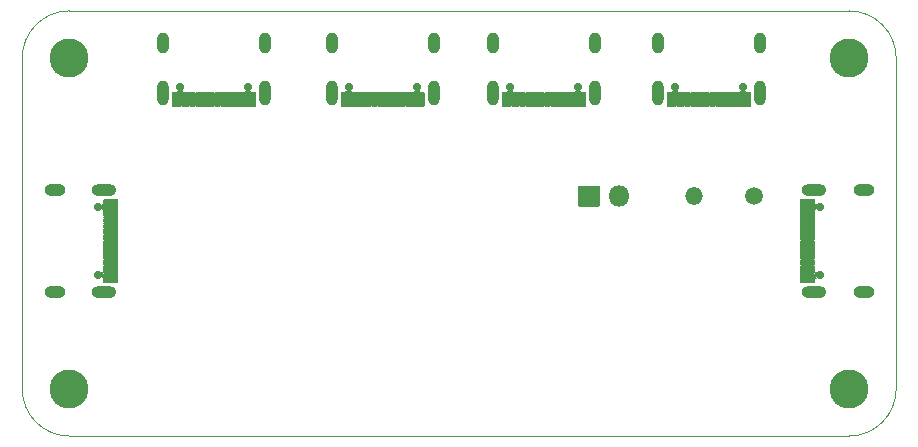
<source format=gts>
%TF.GenerationSoftware,KiCad,Pcbnew,(5.1.12)-1*%
%TF.CreationDate,2022-03-20T11:52:18+09:00*%
%TF.ProjectId,NHK2022_usbc,4e484b32-3032-4325-9f75-7362632e6b69,rev?*%
%TF.SameCoordinates,PX29020c0PY4e33880*%
%TF.FileFunction,Soldermask,Top*%
%TF.FilePolarity,Negative*%
%FSLAX46Y46*%
G04 Gerber Fmt 4.6, Leading zero omitted, Abs format (unit mm)*
G04 Created by KiCad (PCBNEW (5.1.12)-1) date 2022-03-20 11:52:18*
%MOMM*%
%LPD*%
G01*
G04 APERTURE LIST*
%TA.AperFunction,Profile*%
%ADD10C,0.050000*%
%TD*%
%ADD11C,3.302000*%
%ADD12O,1.502000X1.502000*%
%ADD13C,1.502000*%
%ADD14O,1.802000X1.802000*%
%ADD15C,0.702000*%
%ADD16O,1.002000X1.802000*%
%ADD17O,1.002000X2.102000*%
%ADD18O,1.802000X1.002000*%
%ADD19O,2.102000X1.002000*%
%ADD20C,0.100000*%
G04 APERTURE END LIST*
D10*
X43000000Y-50000000D02*
X43000000Y-78000000D01*
X47000000Y-82000000D02*
G75*
G02*
X43000000Y-78000000I0J4000000D01*
G01*
X43000000Y-50000000D02*
G75*
G02*
X47000000Y-46000000I4000000J0D01*
G01*
X117000000Y-50000000D02*
X117000000Y-78000000D01*
X117000000Y-78000000D02*
G75*
G02*
X113000000Y-82000000I-4000000J0D01*
G01*
X113000000Y-46000000D02*
G75*
G02*
X117000000Y-50000000I0J-4000000D01*
G01*
X113000000Y-46000000D02*
X47000000Y-46000000D01*
X47000000Y-82000000D02*
X113000000Y-82000000D01*
X43000000Y-50000000D02*
X43000000Y-78000000D01*
X47000000Y-82000000D02*
G75*
G02*
X43000000Y-78000000I0J4000000D01*
G01*
X43000000Y-50000000D02*
G75*
G02*
X47000000Y-46000000I4000000J0D01*
G01*
X117000000Y-50000000D02*
X117000000Y-78000000D01*
X117000000Y-78000000D02*
G75*
G02*
X113000000Y-82000000I-4000000J0D01*
G01*
X113000000Y-46000000D02*
G75*
G02*
X117000000Y-50000000I0J-4000000D01*
G01*
X113000000Y-46000000D02*
X47000000Y-46000000D01*
X47000000Y-82000000D02*
X113000000Y-82000000D01*
D11*
%TO.C,REF\u002A\u002A*%
X113000000Y-78000000D03*
%TD*%
%TO.C,REF\u002A\u002A*%
X47000000Y-78000000D03*
%TD*%
%TO.C,REF\u002A\u002A*%
X113000000Y-50000000D03*
%TD*%
%TO.C,REF\u002A\u002A*%
X47000000Y-50000000D03*
%TD*%
D12*
%TO.C,R1*%
X99870000Y-61690000D03*
D13*
X104950000Y-61690000D03*
%TD*%
D14*
%TO.C,JP1*%
X93540000Y-61690000D03*
G36*
G01*
X91850000Y-62591000D02*
X90150000Y-62591000D01*
G75*
G02*
X90099000Y-62540000I0J51000D01*
G01*
X90099000Y-60840000D01*
G75*
G02*
X90150000Y-60789000I51000J0D01*
G01*
X91850000Y-60789000D01*
G75*
G02*
X91901000Y-60840000I0J-51000D01*
G01*
X91901000Y-62540000D01*
G75*
G02*
X91850000Y-62591000I-51000J0D01*
G01*
G37*
%TD*%
%TO.C,J4*%
G36*
G01*
X84321000Y-52920000D02*
X84321000Y-54080000D01*
G75*
G02*
X84270000Y-54131000I-51000J0D01*
G01*
X83670000Y-54131000D01*
G75*
G02*
X83619000Y-54080000I0J51000D01*
G01*
X83619000Y-52920000D01*
G75*
G02*
X83670000Y-52869000I51000J0D01*
G01*
X84270000Y-52869000D01*
G75*
G02*
X84321000Y-52920000I0J-51000D01*
G01*
G37*
G36*
G01*
X85121000Y-52920000D02*
X85121000Y-54080000D01*
G75*
G02*
X85070000Y-54131000I-51000J0D01*
G01*
X84470000Y-54131000D01*
G75*
G02*
X84419000Y-54080000I0J51000D01*
G01*
X84419000Y-52920000D01*
G75*
G02*
X84470000Y-52869000I51000J0D01*
G01*
X85070000Y-52869000D01*
G75*
G02*
X85121000Y-52920000I0J-51000D01*
G01*
G37*
G36*
G01*
X84321000Y-52920000D02*
X84321000Y-54080000D01*
G75*
G02*
X84270000Y-54131000I-51000J0D01*
G01*
X83670000Y-54131000D01*
G75*
G02*
X83619000Y-54080000I0J51000D01*
G01*
X83619000Y-52920000D01*
G75*
G02*
X83670000Y-52869000I51000J0D01*
G01*
X84270000Y-52869000D01*
G75*
G02*
X84321000Y-52920000I0J-51000D01*
G01*
G37*
G36*
G01*
X85121000Y-52920000D02*
X85121000Y-54080000D01*
G75*
G02*
X85070000Y-54131000I-51000J0D01*
G01*
X84470000Y-54131000D01*
G75*
G02*
X84419000Y-54080000I0J51000D01*
G01*
X84419000Y-52920000D01*
G75*
G02*
X84470000Y-52869000I51000J0D01*
G01*
X85070000Y-52869000D01*
G75*
G02*
X85121000Y-52920000I0J-51000D01*
G01*
G37*
G36*
G01*
X90721000Y-52920000D02*
X90721000Y-54080000D01*
G75*
G02*
X90670000Y-54131000I-51000J0D01*
G01*
X90070000Y-54131000D01*
G75*
G02*
X90019000Y-54080000I0J51000D01*
G01*
X90019000Y-52920000D01*
G75*
G02*
X90070000Y-52869000I51000J0D01*
G01*
X90670000Y-52869000D01*
G75*
G02*
X90721000Y-52920000I0J-51000D01*
G01*
G37*
G36*
G01*
X90721000Y-52920000D02*
X90721000Y-54080000D01*
G75*
G02*
X90670000Y-54131000I-51000J0D01*
G01*
X90070000Y-54131000D01*
G75*
G02*
X90019000Y-54080000I0J51000D01*
G01*
X90019000Y-52920000D01*
G75*
G02*
X90070000Y-52869000I51000J0D01*
G01*
X90670000Y-52869000D01*
G75*
G02*
X90721000Y-52920000I0J-51000D01*
G01*
G37*
G36*
G01*
X89921000Y-52920000D02*
X89921000Y-54080000D01*
G75*
G02*
X89870000Y-54131000I-51000J0D01*
G01*
X89270000Y-54131000D01*
G75*
G02*
X89219000Y-54080000I0J51000D01*
G01*
X89219000Y-52920000D01*
G75*
G02*
X89270000Y-52869000I51000J0D01*
G01*
X89870000Y-52869000D01*
G75*
G02*
X89921000Y-52920000I0J-51000D01*
G01*
G37*
G36*
G01*
X89921000Y-52920000D02*
X89921000Y-54080000D01*
G75*
G02*
X89870000Y-54131000I-51000J0D01*
G01*
X89270000Y-54131000D01*
G75*
G02*
X89219000Y-54080000I0J51000D01*
G01*
X89219000Y-52920000D01*
G75*
G02*
X89270000Y-52869000I51000J0D01*
G01*
X89870000Y-52869000D01*
G75*
G02*
X89921000Y-52920000I0J-51000D01*
G01*
G37*
D15*
X90060000Y-52440000D03*
X84280000Y-52440000D03*
G36*
G01*
X85219000Y-54080000D02*
X85219000Y-52920000D01*
G75*
G02*
X85270000Y-52869000I51000J0D01*
G01*
X85570000Y-52869000D01*
G75*
G02*
X85621000Y-52920000I0J-51000D01*
G01*
X85621000Y-54080000D01*
G75*
G02*
X85570000Y-54131000I-51000J0D01*
G01*
X85270000Y-54131000D01*
G75*
G02*
X85219000Y-54080000I0J51000D01*
G01*
G37*
G36*
G01*
X86219000Y-54080000D02*
X86219000Y-52920000D01*
G75*
G02*
X86270000Y-52869000I51000J0D01*
G01*
X86570000Y-52869000D01*
G75*
G02*
X86621000Y-52920000I0J-51000D01*
G01*
X86621000Y-54080000D01*
G75*
G02*
X86570000Y-54131000I-51000J0D01*
G01*
X86270000Y-54131000D01*
G75*
G02*
X86219000Y-54080000I0J51000D01*
G01*
G37*
G36*
G01*
X85719000Y-54080000D02*
X85719000Y-52920000D01*
G75*
G02*
X85770000Y-52869000I51000J0D01*
G01*
X86070000Y-52869000D01*
G75*
G02*
X86121000Y-52920000I0J-51000D01*
G01*
X86121000Y-54080000D01*
G75*
G02*
X86070000Y-54131000I-51000J0D01*
G01*
X85770000Y-54131000D01*
G75*
G02*
X85719000Y-54080000I0J51000D01*
G01*
G37*
G36*
G01*
X88219000Y-54080000D02*
X88219000Y-52920000D01*
G75*
G02*
X88270000Y-52869000I51000J0D01*
G01*
X88570000Y-52869000D01*
G75*
G02*
X88621000Y-52920000I0J-51000D01*
G01*
X88621000Y-54080000D01*
G75*
G02*
X88570000Y-54131000I-51000J0D01*
G01*
X88270000Y-54131000D01*
G75*
G02*
X88219000Y-54080000I0J51000D01*
G01*
G37*
G36*
G01*
X88719000Y-54080000D02*
X88719000Y-52920000D01*
G75*
G02*
X88770000Y-52869000I51000J0D01*
G01*
X89070000Y-52869000D01*
G75*
G02*
X89121000Y-52920000I0J-51000D01*
G01*
X89121000Y-54080000D01*
G75*
G02*
X89070000Y-54131000I-51000J0D01*
G01*
X88770000Y-54131000D01*
G75*
G02*
X88719000Y-54080000I0J51000D01*
G01*
G37*
G36*
G01*
X86719000Y-54080000D02*
X86719000Y-52920000D01*
G75*
G02*
X86770000Y-52869000I51000J0D01*
G01*
X87070000Y-52869000D01*
G75*
G02*
X87121000Y-52920000I0J-51000D01*
G01*
X87121000Y-54080000D01*
G75*
G02*
X87070000Y-54131000I-51000J0D01*
G01*
X86770000Y-54131000D01*
G75*
G02*
X86719000Y-54080000I0J51000D01*
G01*
G37*
G36*
G01*
X87219000Y-54080000D02*
X87219000Y-52920000D01*
G75*
G02*
X87270000Y-52869000I51000J0D01*
G01*
X87570000Y-52869000D01*
G75*
G02*
X87621000Y-52920000I0J-51000D01*
G01*
X87621000Y-54080000D01*
G75*
G02*
X87570000Y-54131000I-51000J0D01*
G01*
X87270000Y-54131000D01*
G75*
G02*
X87219000Y-54080000I0J51000D01*
G01*
G37*
G36*
G01*
X87719000Y-54080000D02*
X87719000Y-52920000D01*
G75*
G02*
X87770000Y-52869000I51000J0D01*
G01*
X88070000Y-52869000D01*
G75*
G02*
X88121000Y-52920000I0J-51000D01*
G01*
X88121000Y-54080000D01*
G75*
G02*
X88070000Y-54131000I-51000J0D01*
G01*
X87770000Y-54131000D01*
G75*
G02*
X87719000Y-54080000I0J51000D01*
G01*
G37*
D16*
X82850000Y-48750000D03*
X91490000Y-48750000D03*
D17*
X82850000Y-52920000D03*
X91490000Y-52920000D03*
%TD*%
%TO.C,J5*%
G36*
G01*
X98291000Y-52920000D02*
X98291000Y-54080000D01*
G75*
G02*
X98240000Y-54131000I-51000J0D01*
G01*
X97640000Y-54131000D01*
G75*
G02*
X97589000Y-54080000I0J51000D01*
G01*
X97589000Y-52920000D01*
G75*
G02*
X97640000Y-52869000I51000J0D01*
G01*
X98240000Y-52869000D01*
G75*
G02*
X98291000Y-52920000I0J-51000D01*
G01*
G37*
G36*
G01*
X99091000Y-52920000D02*
X99091000Y-54080000D01*
G75*
G02*
X99040000Y-54131000I-51000J0D01*
G01*
X98440000Y-54131000D01*
G75*
G02*
X98389000Y-54080000I0J51000D01*
G01*
X98389000Y-52920000D01*
G75*
G02*
X98440000Y-52869000I51000J0D01*
G01*
X99040000Y-52869000D01*
G75*
G02*
X99091000Y-52920000I0J-51000D01*
G01*
G37*
G36*
G01*
X98291000Y-52920000D02*
X98291000Y-54080000D01*
G75*
G02*
X98240000Y-54131000I-51000J0D01*
G01*
X97640000Y-54131000D01*
G75*
G02*
X97589000Y-54080000I0J51000D01*
G01*
X97589000Y-52920000D01*
G75*
G02*
X97640000Y-52869000I51000J0D01*
G01*
X98240000Y-52869000D01*
G75*
G02*
X98291000Y-52920000I0J-51000D01*
G01*
G37*
G36*
G01*
X99091000Y-52920000D02*
X99091000Y-54080000D01*
G75*
G02*
X99040000Y-54131000I-51000J0D01*
G01*
X98440000Y-54131000D01*
G75*
G02*
X98389000Y-54080000I0J51000D01*
G01*
X98389000Y-52920000D01*
G75*
G02*
X98440000Y-52869000I51000J0D01*
G01*
X99040000Y-52869000D01*
G75*
G02*
X99091000Y-52920000I0J-51000D01*
G01*
G37*
G36*
G01*
X104691000Y-52920000D02*
X104691000Y-54080000D01*
G75*
G02*
X104640000Y-54131000I-51000J0D01*
G01*
X104040000Y-54131000D01*
G75*
G02*
X103989000Y-54080000I0J51000D01*
G01*
X103989000Y-52920000D01*
G75*
G02*
X104040000Y-52869000I51000J0D01*
G01*
X104640000Y-52869000D01*
G75*
G02*
X104691000Y-52920000I0J-51000D01*
G01*
G37*
G36*
G01*
X104691000Y-52920000D02*
X104691000Y-54080000D01*
G75*
G02*
X104640000Y-54131000I-51000J0D01*
G01*
X104040000Y-54131000D01*
G75*
G02*
X103989000Y-54080000I0J51000D01*
G01*
X103989000Y-52920000D01*
G75*
G02*
X104040000Y-52869000I51000J0D01*
G01*
X104640000Y-52869000D01*
G75*
G02*
X104691000Y-52920000I0J-51000D01*
G01*
G37*
G36*
G01*
X103891000Y-52920000D02*
X103891000Y-54080000D01*
G75*
G02*
X103840000Y-54131000I-51000J0D01*
G01*
X103240000Y-54131000D01*
G75*
G02*
X103189000Y-54080000I0J51000D01*
G01*
X103189000Y-52920000D01*
G75*
G02*
X103240000Y-52869000I51000J0D01*
G01*
X103840000Y-52869000D01*
G75*
G02*
X103891000Y-52920000I0J-51000D01*
G01*
G37*
G36*
G01*
X103891000Y-52920000D02*
X103891000Y-54080000D01*
G75*
G02*
X103840000Y-54131000I-51000J0D01*
G01*
X103240000Y-54131000D01*
G75*
G02*
X103189000Y-54080000I0J51000D01*
G01*
X103189000Y-52920000D01*
G75*
G02*
X103240000Y-52869000I51000J0D01*
G01*
X103840000Y-52869000D01*
G75*
G02*
X103891000Y-52920000I0J-51000D01*
G01*
G37*
D15*
X104030000Y-52440000D03*
X98250000Y-52440000D03*
G36*
G01*
X99189000Y-54080000D02*
X99189000Y-52920000D01*
G75*
G02*
X99240000Y-52869000I51000J0D01*
G01*
X99540000Y-52869000D01*
G75*
G02*
X99591000Y-52920000I0J-51000D01*
G01*
X99591000Y-54080000D01*
G75*
G02*
X99540000Y-54131000I-51000J0D01*
G01*
X99240000Y-54131000D01*
G75*
G02*
X99189000Y-54080000I0J51000D01*
G01*
G37*
G36*
G01*
X100189000Y-54080000D02*
X100189000Y-52920000D01*
G75*
G02*
X100240000Y-52869000I51000J0D01*
G01*
X100540000Y-52869000D01*
G75*
G02*
X100591000Y-52920000I0J-51000D01*
G01*
X100591000Y-54080000D01*
G75*
G02*
X100540000Y-54131000I-51000J0D01*
G01*
X100240000Y-54131000D01*
G75*
G02*
X100189000Y-54080000I0J51000D01*
G01*
G37*
G36*
G01*
X99689000Y-54080000D02*
X99689000Y-52920000D01*
G75*
G02*
X99740000Y-52869000I51000J0D01*
G01*
X100040000Y-52869000D01*
G75*
G02*
X100091000Y-52920000I0J-51000D01*
G01*
X100091000Y-54080000D01*
G75*
G02*
X100040000Y-54131000I-51000J0D01*
G01*
X99740000Y-54131000D01*
G75*
G02*
X99689000Y-54080000I0J51000D01*
G01*
G37*
G36*
G01*
X102189000Y-54080000D02*
X102189000Y-52920000D01*
G75*
G02*
X102240000Y-52869000I51000J0D01*
G01*
X102540000Y-52869000D01*
G75*
G02*
X102591000Y-52920000I0J-51000D01*
G01*
X102591000Y-54080000D01*
G75*
G02*
X102540000Y-54131000I-51000J0D01*
G01*
X102240000Y-54131000D01*
G75*
G02*
X102189000Y-54080000I0J51000D01*
G01*
G37*
G36*
G01*
X102689000Y-54080000D02*
X102689000Y-52920000D01*
G75*
G02*
X102740000Y-52869000I51000J0D01*
G01*
X103040000Y-52869000D01*
G75*
G02*
X103091000Y-52920000I0J-51000D01*
G01*
X103091000Y-54080000D01*
G75*
G02*
X103040000Y-54131000I-51000J0D01*
G01*
X102740000Y-54131000D01*
G75*
G02*
X102689000Y-54080000I0J51000D01*
G01*
G37*
G36*
G01*
X100689000Y-54080000D02*
X100689000Y-52920000D01*
G75*
G02*
X100740000Y-52869000I51000J0D01*
G01*
X101040000Y-52869000D01*
G75*
G02*
X101091000Y-52920000I0J-51000D01*
G01*
X101091000Y-54080000D01*
G75*
G02*
X101040000Y-54131000I-51000J0D01*
G01*
X100740000Y-54131000D01*
G75*
G02*
X100689000Y-54080000I0J51000D01*
G01*
G37*
G36*
G01*
X101189000Y-54080000D02*
X101189000Y-52920000D01*
G75*
G02*
X101240000Y-52869000I51000J0D01*
G01*
X101540000Y-52869000D01*
G75*
G02*
X101591000Y-52920000I0J-51000D01*
G01*
X101591000Y-54080000D01*
G75*
G02*
X101540000Y-54131000I-51000J0D01*
G01*
X101240000Y-54131000D01*
G75*
G02*
X101189000Y-54080000I0J51000D01*
G01*
G37*
G36*
G01*
X101689000Y-54080000D02*
X101689000Y-52920000D01*
G75*
G02*
X101740000Y-52869000I51000J0D01*
G01*
X102040000Y-52869000D01*
G75*
G02*
X102091000Y-52920000I0J-51000D01*
G01*
X102091000Y-54080000D01*
G75*
G02*
X102040000Y-54131000I-51000J0D01*
G01*
X101740000Y-54131000D01*
G75*
G02*
X101689000Y-54080000I0J51000D01*
G01*
G37*
D16*
X96820000Y-48750000D03*
X105460000Y-48750000D03*
D17*
X96820000Y-52920000D03*
X105460000Y-52920000D03*
%TD*%
%TO.C,J3*%
G36*
G01*
X70671000Y-52920000D02*
X70671000Y-54080000D01*
G75*
G02*
X70620000Y-54131000I-51000J0D01*
G01*
X70020000Y-54131000D01*
G75*
G02*
X69969000Y-54080000I0J51000D01*
G01*
X69969000Y-52920000D01*
G75*
G02*
X70020000Y-52869000I51000J0D01*
G01*
X70620000Y-52869000D01*
G75*
G02*
X70671000Y-52920000I0J-51000D01*
G01*
G37*
G36*
G01*
X71471000Y-52920000D02*
X71471000Y-54080000D01*
G75*
G02*
X71420000Y-54131000I-51000J0D01*
G01*
X70820000Y-54131000D01*
G75*
G02*
X70769000Y-54080000I0J51000D01*
G01*
X70769000Y-52920000D01*
G75*
G02*
X70820000Y-52869000I51000J0D01*
G01*
X71420000Y-52869000D01*
G75*
G02*
X71471000Y-52920000I0J-51000D01*
G01*
G37*
G36*
G01*
X70671000Y-52920000D02*
X70671000Y-54080000D01*
G75*
G02*
X70620000Y-54131000I-51000J0D01*
G01*
X70020000Y-54131000D01*
G75*
G02*
X69969000Y-54080000I0J51000D01*
G01*
X69969000Y-52920000D01*
G75*
G02*
X70020000Y-52869000I51000J0D01*
G01*
X70620000Y-52869000D01*
G75*
G02*
X70671000Y-52920000I0J-51000D01*
G01*
G37*
G36*
G01*
X71471000Y-52920000D02*
X71471000Y-54080000D01*
G75*
G02*
X71420000Y-54131000I-51000J0D01*
G01*
X70820000Y-54131000D01*
G75*
G02*
X70769000Y-54080000I0J51000D01*
G01*
X70769000Y-52920000D01*
G75*
G02*
X70820000Y-52869000I51000J0D01*
G01*
X71420000Y-52869000D01*
G75*
G02*
X71471000Y-52920000I0J-51000D01*
G01*
G37*
G36*
G01*
X77071000Y-52920000D02*
X77071000Y-54080000D01*
G75*
G02*
X77020000Y-54131000I-51000J0D01*
G01*
X76420000Y-54131000D01*
G75*
G02*
X76369000Y-54080000I0J51000D01*
G01*
X76369000Y-52920000D01*
G75*
G02*
X76420000Y-52869000I51000J0D01*
G01*
X77020000Y-52869000D01*
G75*
G02*
X77071000Y-52920000I0J-51000D01*
G01*
G37*
G36*
G01*
X77071000Y-52920000D02*
X77071000Y-54080000D01*
G75*
G02*
X77020000Y-54131000I-51000J0D01*
G01*
X76420000Y-54131000D01*
G75*
G02*
X76369000Y-54080000I0J51000D01*
G01*
X76369000Y-52920000D01*
G75*
G02*
X76420000Y-52869000I51000J0D01*
G01*
X77020000Y-52869000D01*
G75*
G02*
X77071000Y-52920000I0J-51000D01*
G01*
G37*
G36*
G01*
X76271000Y-52920000D02*
X76271000Y-54080000D01*
G75*
G02*
X76220000Y-54131000I-51000J0D01*
G01*
X75620000Y-54131000D01*
G75*
G02*
X75569000Y-54080000I0J51000D01*
G01*
X75569000Y-52920000D01*
G75*
G02*
X75620000Y-52869000I51000J0D01*
G01*
X76220000Y-52869000D01*
G75*
G02*
X76271000Y-52920000I0J-51000D01*
G01*
G37*
G36*
G01*
X76271000Y-52920000D02*
X76271000Y-54080000D01*
G75*
G02*
X76220000Y-54131000I-51000J0D01*
G01*
X75620000Y-54131000D01*
G75*
G02*
X75569000Y-54080000I0J51000D01*
G01*
X75569000Y-52920000D01*
G75*
G02*
X75620000Y-52869000I51000J0D01*
G01*
X76220000Y-52869000D01*
G75*
G02*
X76271000Y-52920000I0J-51000D01*
G01*
G37*
D15*
X76410000Y-52440000D03*
X70630000Y-52440000D03*
G36*
G01*
X71569000Y-54080000D02*
X71569000Y-52920000D01*
G75*
G02*
X71620000Y-52869000I51000J0D01*
G01*
X71920000Y-52869000D01*
G75*
G02*
X71971000Y-52920000I0J-51000D01*
G01*
X71971000Y-54080000D01*
G75*
G02*
X71920000Y-54131000I-51000J0D01*
G01*
X71620000Y-54131000D01*
G75*
G02*
X71569000Y-54080000I0J51000D01*
G01*
G37*
G36*
G01*
X72569000Y-54080000D02*
X72569000Y-52920000D01*
G75*
G02*
X72620000Y-52869000I51000J0D01*
G01*
X72920000Y-52869000D01*
G75*
G02*
X72971000Y-52920000I0J-51000D01*
G01*
X72971000Y-54080000D01*
G75*
G02*
X72920000Y-54131000I-51000J0D01*
G01*
X72620000Y-54131000D01*
G75*
G02*
X72569000Y-54080000I0J51000D01*
G01*
G37*
G36*
G01*
X72069000Y-54080000D02*
X72069000Y-52920000D01*
G75*
G02*
X72120000Y-52869000I51000J0D01*
G01*
X72420000Y-52869000D01*
G75*
G02*
X72471000Y-52920000I0J-51000D01*
G01*
X72471000Y-54080000D01*
G75*
G02*
X72420000Y-54131000I-51000J0D01*
G01*
X72120000Y-54131000D01*
G75*
G02*
X72069000Y-54080000I0J51000D01*
G01*
G37*
G36*
G01*
X74569000Y-54080000D02*
X74569000Y-52920000D01*
G75*
G02*
X74620000Y-52869000I51000J0D01*
G01*
X74920000Y-52869000D01*
G75*
G02*
X74971000Y-52920000I0J-51000D01*
G01*
X74971000Y-54080000D01*
G75*
G02*
X74920000Y-54131000I-51000J0D01*
G01*
X74620000Y-54131000D01*
G75*
G02*
X74569000Y-54080000I0J51000D01*
G01*
G37*
G36*
G01*
X75069000Y-54080000D02*
X75069000Y-52920000D01*
G75*
G02*
X75120000Y-52869000I51000J0D01*
G01*
X75420000Y-52869000D01*
G75*
G02*
X75471000Y-52920000I0J-51000D01*
G01*
X75471000Y-54080000D01*
G75*
G02*
X75420000Y-54131000I-51000J0D01*
G01*
X75120000Y-54131000D01*
G75*
G02*
X75069000Y-54080000I0J51000D01*
G01*
G37*
G36*
G01*
X73069000Y-54080000D02*
X73069000Y-52920000D01*
G75*
G02*
X73120000Y-52869000I51000J0D01*
G01*
X73420000Y-52869000D01*
G75*
G02*
X73471000Y-52920000I0J-51000D01*
G01*
X73471000Y-54080000D01*
G75*
G02*
X73420000Y-54131000I-51000J0D01*
G01*
X73120000Y-54131000D01*
G75*
G02*
X73069000Y-54080000I0J51000D01*
G01*
G37*
G36*
G01*
X73569000Y-54080000D02*
X73569000Y-52920000D01*
G75*
G02*
X73620000Y-52869000I51000J0D01*
G01*
X73920000Y-52869000D01*
G75*
G02*
X73971000Y-52920000I0J-51000D01*
G01*
X73971000Y-54080000D01*
G75*
G02*
X73920000Y-54131000I-51000J0D01*
G01*
X73620000Y-54131000D01*
G75*
G02*
X73569000Y-54080000I0J51000D01*
G01*
G37*
G36*
G01*
X74069000Y-54080000D02*
X74069000Y-52920000D01*
G75*
G02*
X74120000Y-52869000I51000J0D01*
G01*
X74420000Y-52869000D01*
G75*
G02*
X74471000Y-52920000I0J-51000D01*
G01*
X74471000Y-54080000D01*
G75*
G02*
X74420000Y-54131000I-51000J0D01*
G01*
X74120000Y-54131000D01*
G75*
G02*
X74069000Y-54080000I0J51000D01*
G01*
G37*
D16*
X69200000Y-48750000D03*
X77840000Y-48750000D03*
D17*
X69200000Y-52920000D03*
X77840000Y-52920000D03*
%TD*%
%TO.C,J2*%
G36*
G01*
X56381000Y-52920000D02*
X56381000Y-54080000D01*
G75*
G02*
X56330000Y-54131000I-51000J0D01*
G01*
X55730000Y-54131000D01*
G75*
G02*
X55679000Y-54080000I0J51000D01*
G01*
X55679000Y-52920000D01*
G75*
G02*
X55730000Y-52869000I51000J0D01*
G01*
X56330000Y-52869000D01*
G75*
G02*
X56381000Y-52920000I0J-51000D01*
G01*
G37*
G36*
G01*
X57181000Y-52920000D02*
X57181000Y-54080000D01*
G75*
G02*
X57130000Y-54131000I-51000J0D01*
G01*
X56530000Y-54131000D01*
G75*
G02*
X56479000Y-54080000I0J51000D01*
G01*
X56479000Y-52920000D01*
G75*
G02*
X56530000Y-52869000I51000J0D01*
G01*
X57130000Y-52869000D01*
G75*
G02*
X57181000Y-52920000I0J-51000D01*
G01*
G37*
G36*
G01*
X56381000Y-52920000D02*
X56381000Y-54080000D01*
G75*
G02*
X56330000Y-54131000I-51000J0D01*
G01*
X55730000Y-54131000D01*
G75*
G02*
X55679000Y-54080000I0J51000D01*
G01*
X55679000Y-52920000D01*
G75*
G02*
X55730000Y-52869000I51000J0D01*
G01*
X56330000Y-52869000D01*
G75*
G02*
X56381000Y-52920000I0J-51000D01*
G01*
G37*
G36*
G01*
X57181000Y-52920000D02*
X57181000Y-54080000D01*
G75*
G02*
X57130000Y-54131000I-51000J0D01*
G01*
X56530000Y-54131000D01*
G75*
G02*
X56479000Y-54080000I0J51000D01*
G01*
X56479000Y-52920000D01*
G75*
G02*
X56530000Y-52869000I51000J0D01*
G01*
X57130000Y-52869000D01*
G75*
G02*
X57181000Y-52920000I0J-51000D01*
G01*
G37*
G36*
G01*
X62781000Y-52920000D02*
X62781000Y-54080000D01*
G75*
G02*
X62730000Y-54131000I-51000J0D01*
G01*
X62130000Y-54131000D01*
G75*
G02*
X62079000Y-54080000I0J51000D01*
G01*
X62079000Y-52920000D01*
G75*
G02*
X62130000Y-52869000I51000J0D01*
G01*
X62730000Y-52869000D01*
G75*
G02*
X62781000Y-52920000I0J-51000D01*
G01*
G37*
G36*
G01*
X62781000Y-52920000D02*
X62781000Y-54080000D01*
G75*
G02*
X62730000Y-54131000I-51000J0D01*
G01*
X62130000Y-54131000D01*
G75*
G02*
X62079000Y-54080000I0J51000D01*
G01*
X62079000Y-52920000D01*
G75*
G02*
X62130000Y-52869000I51000J0D01*
G01*
X62730000Y-52869000D01*
G75*
G02*
X62781000Y-52920000I0J-51000D01*
G01*
G37*
G36*
G01*
X61981000Y-52920000D02*
X61981000Y-54080000D01*
G75*
G02*
X61930000Y-54131000I-51000J0D01*
G01*
X61330000Y-54131000D01*
G75*
G02*
X61279000Y-54080000I0J51000D01*
G01*
X61279000Y-52920000D01*
G75*
G02*
X61330000Y-52869000I51000J0D01*
G01*
X61930000Y-52869000D01*
G75*
G02*
X61981000Y-52920000I0J-51000D01*
G01*
G37*
G36*
G01*
X61981000Y-52920000D02*
X61981000Y-54080000D01*
G75*
G02*
X61930000Y-54131000I-51000J0D01*
G01*
X61330000Y-54131000D01*
G75*
G02*
X61279000Y-54080000I0J51000D01*
G01*
X61279000Y-52920000D01*
G75*
G02*
X61330000Y-52869000I51000J0D01*
G01*
X61930000Y-52869000D01*
G75*
G02*
X61981000Y-52920000I0J-51000D01*
G01*
G37*
D15*
X62120000Y-52440000D03*
X56340000Y-52440000D03*
G36*
G01*
X57279000Y-54080000D02*
X57279000Y-52920000D01*
G75*
G02*
X57330000Y-52869000I51000J0D01*
G01*
X57630000Y-52869000D01*
G75*
G02*
X57681000Y-52920000I0J-51000D01*
G01*
X57681000Y-54080000D01*
G75*
G02*
X57630000Y-54131000I-51000J0D01*
G01*
X57330000Y-54131000D01*
G75*
G02*
X57279000Y-54080000I0J51000D01*
G01*
G37*
G36*
G01*
X58279000Y-54080000D02*
X58279000Y-52920000D01*
G75*
G02*
X58330000Y-52869000I51000J0D01*
G01*
X58630000Y-52869000D01*
G75*
G02*
X58681000Y-52920000I0J-51000D01*
G01*
X58681000Y-54080000D01*
G75*
G02*
X58630000Y-54131000I-51000J0D01*
G01*
X58330000Y-54131000D01*
G75*
G02*
X58279000Y-54080000I0J51000D01*
G01*
G37*
G36*
G01*
X57779000Y-54080000D02*
X57779000Y-52920000D01*
G75*
G02*
X57830000Y-52869000I51000J0D01*
G01*
X58130000Y-52869000D01*
G75*
G02*
X58181000Y-52920000I0J-51000D01*
G01*
X58181000Y-54080000D01*
G75*
G02*
X58130000Y-54131000I-51000J0D01*
G01*
X57830000Y-54131000D01*
G75*
G02*
X57779000Y-54080000I0J51000D01*
G01*
G37*
G36*
G01*
X60279000Y-54080000D02*
X60279000Y-52920000D01*
G75*
G02*
X60330000Y-52869000I51000J0D01*
G01*
X60630000Y-52869000D01*
G75*
G02*
X60681000Y-52920000I0J-51000D01*
G01*
X60681000Y-54080000D01*
G75*
G02*
X60630000Y-54131000I-51000J0D01*
G01*
X60330000Y-54131000D01*
G75*
G02*
X60279000Y-54080000I0J51000D01*
G01*
G37*
G36*
G01*
X60779000Y-54080000D02*
X60779000Y-52920000D01*
G75*
G02*
X60830000Y-52869000I51000J0D01*
G01*
X61130000Y-52869000D01*
G75*
G02*
X61181000Y-52920000I0J-51000D01*
G01*
X61181000Y-54080000D01*
G75*
G02*
X61130000Y-54131000I-51000J0D01*
G01*
X60830000Y-54131000D01*
G75*
G02*
X60779000Y-54080000I0J51000D01*
G01*
G37*
G36*
G01*
X58779000Y-54080000D02*
X58779000Y-52920000D01*
G75*
G02*
X58830000Y-52869000I51000J0D01*
G01*
X59130000Y-52869000D01*
G75*
G02*
X59181000Y-52920000I0J-51000D01*
G01*
X59181000Y-54080000D01*
G75*
G02*
X59130000Y-54131000I-51000J0D01*
G01*
X58830000Y-54131000D01*
G75*
G02*
X58779000Y-54080000I0J51000D01*
G01*
G37*
G36*
G01*
X59279000Y-54080000D02*
X59279000Y-52920000D01*
G75*
G02*
X59330000Y-52869000I51000J0D01*
G01*
X59630000Y-52869000D01*
G75*
G02*
X59681000Y-52920000I0J-51000D01*
G01*
X59681000Y-54080000D01*
G75*
G02*
X59630000Y-54131000I-51000J0D01*
G01*
X59330000Y-54131000D01*
G75*
G02*
X59279000Y-54080000I0J51000D01*
G01*
G37*
G36*
G01*
X59779000Y-54080000D02*
X59779000Y-52920000D01*
G75*
G02*
X59830000Y-52869000I51000J0D01*
G01*
X60130000Y-52869000D01*
G75*
G02*
X60181000Y-52920000I0J-51000D01*
G01*
X60181000Y-54080000D01*
G75*
G02*
X60130000Y-54131000I-51000J0D01*
G01*
X59830000Y-54131000D01*
G75*
G02*
X59779000Y-54080000I0J51000D01*
G01*
G37*
D16*
X54910000Y-48750000D03*
X63550000Y-48750000D03*
D17*
X54910000Y-52920000D03*
X63550000Y-52920000D03*
%TD*%
%TO.C,J6*%
G36*
G01*
X110070000Y-62651000D02*
X108910000Y-62651000D01*
G75*
G02*
X108859000Y-62600000I0J51000D01*
G01*
X108859000Y-62000000D01*
G75*
G02*
X108910000Y-61949000I51000J0D01*
G01*
X110070000Y-61949000D01*
G75*
G02*
X110121000Y-62000000I0J-51000D01*
G01*
X110121000Y-62600000D01*
G75*
G02*
X110070000Y-62651000I-51000J0D01*
G01*
G37*
G36*
G01*
X110070000Y-63451000D02*
X108910000Y-63451000D01*
G75*
G02*
X108859000Y-63400000I0J51000D01*
G01*
X108859000Y-62800000D01*
G75*
G02*
X108910000Y-62749000I51000J0D01*
G01*
X110070000Y-62749000D01*
G75*
G02*
X110121000Y-62800000I0J-51000D01*
G01*
X110121000Y-63400000D01*
G75*
G02*
X110070000Y-63451000I-51000J0D01*
G01*
G37*
G36*
G01*
X110070000Y-62651000D02*
X108910000Y-62651000D01*
G75*
G02*
X108859000Y-62600000I0J51000D01*
G01*
X108859000Y-62000000D01*
G75*
G02*
X108910000Y-61949000I51000J0D01*
G01*
X110070000Y-61949000D01*
G75*
G02*
X110121000Y-62000000I0J-51000D01*
G01*
X110121000Y-62600000D01*
G75*
G02*
X110070000Y-62651000I-51000J0D01*
G01*
G37*
G36*
G01*
X110070000Y-63451000D02*
X108910000Y-63451000D01*
G75*
G02*
X108859000Y-63400000I0J51000D01*
G01*
X108859000Y-62800000D01*
G75*
G02*
X108910000Y-62749000I51000J0D01*
G01*
X110070000Y-62749000D01*
G75*
G02*
X110121000Y-62800000I0J-51000D01*
G01*
X110121000Y-63400000D01*
G75*
G02*
X110070000Y-63451000I-51000J0D01*
G01*
G37*
G36*
G01*
X110070000Y-69051000D02*
X108910000Y-69051000D01*
G75*
G02*
X108859000Y-69000000I0J51000D01*
G01*
X108859000Y-68400000D01*
G75*
G02*
X108910000Y-68349000I51000J0D01*
G01*
X110070000Y-68349000D01*
G75*
G02*
X110121000Y-68400000I0J-51000D01*
G01*
X110121000Y-69000000D01*
G75*
G02*
X110070000Y-69051000I-51000J0D01*
G01*
G37*
G36*
G01*
X110070000Y-69051000D02*
X108910000Y-69051000D01*
G75*
G02*
X108859000Y-69000000I0J51000D01*
G01*
X108859000Y-68400000D01*
G75*
G02*
X108910000Y-68349000I51000J0D01*
G01*
X110070000Y-68349000D01*
G75*
G02*
X110121000Y-68400000I0J-51000D01*
G01*
X110121000Y-69000000D01*
G75*
G02*
X110070000Y-69051000I-51000J0D01*
G01*
G37*
G36*
G01*
X110070000Y-68251000D02*
X108910000Y-68251000D01*
G75*
G02*
X108859000Y-68200000I0J51000D01*
G01*
X108859000Y-67600000D01*
G75*
G02*
X108910000Y-67549000I51000J0D01*
G01*
X110070000Y-67549000D01*
G75*
G02*
X110121000Y-67600000I0J-51000D01*
G01*
X110121000Y-68200000D01*
G75*
G02*
X110070000Y-68251000I-51000J0D01*
G01*
G37*
G36*
G01*
X110070000Y-68251000D02*
X108910000Y-68251000D01*
G75*
G02*
X108859000Y-68200000I0J51000D01*
G01*
X108859000Y-67600000D01*
G75*
G02*
X108910000Y-67549000I51000J0D01*
G01*
X110070000Y-67549000D01*
G75*
G02*
X110121000Y-67600000I0J-51000D01*
G01*
X110121000Y-68200000D01*
G75*
G02*
X110070000Y-68251000I-51000J0D01*
G01*
G37*
D15*
X110550000Y-68390000D03*
X110550000Y-62610000D03*
G36*
G01*
X108910000Y-63549000D02*
X110070000Y-63549000D01*
G75*
G02*
X110121000Y-63600000I0J-51000D01*
G01*
X110121000Y-63900000D01*
G75*
G02*
X110070000Y-63951000I-51000J0D01*
G01*
X108910000Y-63951000D01*
G75*
G02*
X108859000Y-63900000I0J51000D01*
G01*
X108859000Y-63600000D01*
G75*
G02*
X108910000Y-63549000I51000J0D01*
G01*
G37*
G36*
G01*
X108910000Y-64549000D02*
X110070000Y-64549000D01*
G75*
G02*
X110121000Y-64600000I0J-51000D01*
G01*
X110121000Y-64900000D01*
G75*
G02*
X110070000Y-64951000I-51000J0D01*
G01*
X108910000Y-64951000D01*
G75*
G02*
X108859000Y-64900000I0J51000D01*
G01*
X108859000Y-64600000D01*
G75*
G02*
X108910000Y-64549000I51000J0D01*
G01*
G37*
G36*
G01*
X108910000Y-64049000D02*
X110070000Y-64049000D01*
G75*
G02*
X110121000Y-64100000I0J-51000D01*
G01*
X110121000Y-64400000D01*
G75*
G02*
X110070000Y-64451000I-51000J0D01*
G01*
X108910000Y-64451000D01*
G75*
G02*
X108859000Y-64400000I0J51000D01*
G01*
X108859000Y-64100000D01*
G75*
G02*
X108910000Y-64049000I51000J0D01*
G01*
G37*
G36*
G01*
X108910000Y-66549000D02*
X110070000Y-66549000D01*
G75*
G02*
X110121000Y-66600000I0J-51000D01*
G01*
X110121000Y-66900000D01*
G75*
G02*
X110070000Y-66951000I-51000J0D01*
G01*
X108910000Y-66951000D01*
G75*
G02*
X108859000Y-66900000I0J51000D01*
G01*
X108859000Y-66600000D01*
G75*
G02*
X108910000Y-66549000I51000J0D01*
G01*
G37*
G36*
G01*
X108910000Y-67049000D02*
X110070000Y-67049000D01*
G75*
G02*
X110121000Y-67100000I0J-51000D01*
G01*
X110121000Y-67400000D01*
G75*
G02*
X110070000Y-67451000I-51000J0D01*
G01*
X108910000Y-67451000D01*
G75*
G02*
X108859000Y-67400000I0J51000D01*
G01*
X108859000Y-67100000D01*
G75*
G02*
X108910000Y-67049000I51000J0D01*
G01*
G37*
G36*
G01*
X108910000Y-65049000D02*
X110070000Y-65049000D01*
G75*
G02*
X110121000Y-65100000I0J-51000D01*
G01*
X110121000Y-65400000D01*
G75*
G02*
X110070000Y-65451000I-51000J0D01*
G01*
X108910000Y-65451000D01*
G75*
G02*
X108859000Y-65400000I0J51000D01*
G01*
X108859000Y-65100000D01*
G75*
G02*
X108910000Y-65049000I51000J0D01*
G01*
G37*
G36*
G01*
X108910000Y-65549000D02*
X110070000Y-65549000D01*
G75*
G02*
X110121000Y-65600000I0J-51000D01*
G01*
X110121000Y-65900000D01*
G75*
G02*
X110070000Y-65951000I-51000J0D01*
G01*
X108910000Y-65951000D01*
G75*
G02*
X108859000Y-65900000I0J51000D01*
G01*
X108859000Y-65600000D01*
G75*
G02*
X108910000Y-65549000I51000J0D01*
G01*
G37*
G36*
G01*
X108910000Y-66049000D02*
X110070000Y-66049000D01*
G75*
G02*
X110121000Y-66100000I0J-51000D01*
G01*
X110121000Y-66400000D01*
G75*
G02*
X110070000Y-66451000I-51000J0D01*
G01*
X108910000Y-66451000D01*
G75*
G02*
X108859000Y-66400000I0J51000D01*
G01*
X108859000Y-66100000D01*
G75*
G02*
X108910000Y-66049000I51000J0D01*
G01*
G37*
D18*
X114240000Y-61180000D03*
X114240000Y-69820000D03*
D19*
X110070000Y-61180000D03*
X110070000Y-69820000D03*
%TD*%
%TO.C,J1*%
G36*
G01*
X49930000Y-68349000D02*
X51090000Y-68349000D01*
G75*
G02*
X51141000Y-68400000I0J-51000D01*
G01*
X51141000Y-69000000D01*
G75*
G02*
X51090000Y-69051000I-51000J0D01*
G01*
X49930000Y-69051000D01*
G75*
G02*
X49879000Y-69000000I0J51000D01*
G01*
X49879000Y-68400000D01*
G75*
G02*
X49930000Y-68349000I51000J0D01*
G01*
G37*
G36*
G01*
X49930000Y-67549000D02*
X51090000Y-67549000D01*
G75*
G02*
X51141000Y-67600000I0J-51000D01*
G01*
X51141000Y-68200000D01*
G75*
G02*
X51090000Y-68251000I-51000J0D01*
G01*
X49930000Y-68251000D01*
G75*
G02*
X49879000Y-68200000I0J51000D01*
G01*
X49879000Y-67600000D01*
G75*
G02*
X49930000Y-67549000I51000J0D01*
G01*
G37*
G36*
G01*
X49930000Y-68349000D02*
X51090000Y-68349000D01*
G75*
G02*
X51141000Y-68400000I0J-51000D01*
G01*
X51141000Y-69000000D01*
G75*
G02*
X51090000Y-69051000I-51000J0D01*
G01*
X49930000Y-69051000D01*
G75*
G02*
X49879000Y-69000000I0J51000D01*
G01*
X49879000Y-68400000D01*
G75*
G02*
X49930000Y-68349000I51000J0D01*
G01*
G37*
G36*
G01*
X49930000Y-67549000D02*
X51090000Y-67549000D01*
G75*
G02*
X51141000Y-67600000I0J-51000D01*
G01*
X51141000Y-68200000D01*
G75*
G02*
X51090000Y-68251000I-51000J0D01*
G01*
X49930000Y-68251000D01*
G75*
G02*
X49879000Y-68200000I0J51000D01*
G01*
X49879000Y-67600000D01*
G75*
G02*
X49930000Y-67549000I51000J0D01*
G01*
G37*
G36*
G01*
X49930000Y-61949000D02*
X51090000Y-61949000D01*
G75*
G02*
X51141000Y-62000000I0J-51000D01*
G01*
X51141000Y-62600000D01*
G75*
G02*
X51090000Y-62651000I-51000J0D01*
G01*
X49930000Y-62651000D01*
G75*
G02*
X49879000Y-62600000I0J51000D01*
G01*
X49879000Y-62000000D01*
G75*
G02*
X49930000Y-61949000I51000J0D01*
G01*
G37*
G36*
G01*
X49930000Y-61949000D02*
X51090000Y-61949000D01*
G75*
G02*
X51141000Y-62000000I0J-51000D01*
G01*
X51141000Y-62600000D01*
G75*
G02*
X51090000Y-62651000I-51000J0D01*
G01*
X49930000Y-62651000D01*
G75*
G02*
X49879000Y-62600000I0J51000D01*
G01*
X49879000Y-62000000D01*
G75*
G02*
X49930000Y-61949000I51000J0D01*
G01*
G37*
G36*
G01*
X49930000Y-62749000D02*
X51090000Y-62749000D01*
G75*
G02*
X51141000Y-62800000I0J-51000D01*
G01*
X51141000Y-63400000D01*
G75*
G02*
X51090000Y-63451000I-51000J0D01*
G01*
X49930000Y-63451000D01*
G75*
G02*
X49879000Y-63400000I0J51000D01*
G01*
X49879000Y-62800000D01*
G75*
G02*
X49930000Y-62749000I51000J0D01*
G01*
G37*
G36*
G01*
X49930000Y-62749000D02*
X51090000Y-62749000D01*
G75*
G02*
X51141000Y-62800000I0J-51000D01*
G01*
X51141000Y-63400000D01*
G75*
G02*
X51090000Y-63451000I-51000J0D01*
G01*
X49930000Y-63451000D01*
G75*
G02*
X49879000Y-63400000I0J51000D01*
G01*
X49879000Y-62800000D01*
G75*
G02*
X49930000Y-62749000I51000J0D01*
G01*
G37*
D15*
X49450000Y-62610000D03*
X49450000Y-68390000D03*
G36*
G01*
X51090000Y-67451000D02*
X49930000Y-67451000D01*
G75*
G02*
X49879000Y-67400000I0J51000D01*
G01*
X49879000Y-67100000D01*
G75*
G02*
X49930000Y-67049000I51000J0D01*
G01*
X51090000Y-67049000D01*
G75*
G02*
X51141000Y-67100000I0J-51000D01*
G01*
X51141000Y-67400000D01*
G75*
G02*
X51090000Y-67451000I-51000J0D01*
G01*
G37*
G36*
G01*
X51090000Y-66451000D02*
X49930000Y-66451000D01*
G75*
G02*
X49879000Y-66400000I0J51000D01*
G01*
X49879000Y-66100000D01*
G75*
G02*
X49930000Y-66049000I51000J0D01*
G01*
X51090000Y-66049000D01*
G75*
G02*
X51141000Y-66100000I0J-51000D01*
G01*
X51141000Y-66400000D01*
G75*
G02*
X51090000Y-66451000I-51000J0D01*
G01*
G37*
G36*
G01*
X51090000Y-66951000D02*
X49930000Y-66951000D01*
G75*
G02*
X49879000Y-66900000I0J51000D01*
G01*
X49879000Y-66600000D01*
G75*
G02*
X49930000Y-66549000I51000J0D01*
G01*
X51090000Y-66549000D01*
G75*
G02*
X51141000Y-66600000I0J-51000D01*
G01*
X51141000Y-66900000D01*
G75*
G02*
X51090000Y-66951000I-51000J0D01*
G01*
G37*
G36*
G01*
X51090000Y-64451000D02*
X49930000Y-64451000D01*
G75*
G02*
X49879000Y-64400000I0J51000D01*
G01*
X49879000Y-64100000D01*
G75*
G02*
X49930000Y-64049000I51000J0D01*
G01*
X51090000Y-64049000D01*
G75*
G02*
X51141000Y-64100000I0J-51000D01*
G01*
X51141000Y-64400000D01*
G75*
G02*
X51090000Y-64451000I-51000J0D01*
G01*
G37*
G36*
G01*
X51090000Y-63951000D02*
X49930000Y-63951000D01*
G75*
G02*
X49879000Y-63900000I0J51000D01*
G01*
X49879000Y-63600000D01*
G75*
G02*
X49930000Y-63549000I51000J0D01*
G01*
X51090000Y-63549000D01*
G75*
G02*
X51141000Y-63600000I0J-51000D01*
G01*
X51141000Y-63900000D01*
G75*
G02*
X51090000Y-63951000I-51000J0D01*
G01*
G37*
G36*
G01*
X51090000Y-65951000D02*
X49930000Y-65951000D01*
G75*
G02*
X49879000Y-65900000I0J51000D01*
G01*
X49879000Y-65600000D01*
G75*
G02*
X49930000Y-65549000I51000J0D01*
G01*
X51090000Y-65549000D01*
G75*
G02*
X51141000Y-65600000I0J-51000D01*
G01*
X51141000Y-65900000D01*
G75*
G02*
X51090000Y-65951000I-51000J0D01*
G01*
G37*
G36*
G01*
X51090000Y-65451000D02*
X49930000Y-65451000D01*
G75*
G02*
X49879000Y-65400000I0J51000D01*
G01*
X49879000Y-65100000D01*
G75*
G02*
X49930000Y-65049000I51000J0D01*
G01*
X51090000Y-65049000D01*
G75*
G02*
X51141000Y-65100000I0J-51000D01*
G01*
X51141000Y-65400000D01*
G75*
G02*
X51090000Y-65451000I-51000J0D01*
G01*
G37*
G36*
G01*
X51090000Y-64951000D02*
X49930000Y-64951000D01*
G75*
G02*
X49879000Y-64900000I0J51000D01*
G01*
X49879000Y-64600000D01*
G75*
G02*
X49930000Y-64549000I51000J0D01*
G01*
X51090000Y-64549000D01*
G75*
G02*
X51141000Y-64600000I0J-51000D01*
G01*
X51141000Y-64900000D01*
G75*
G02*
X51090000Y-64951000I-51000J0D01*
G01*
G37*
D18*
X45760000Y-69820000D03*
X45760000Y-61180000D03*
D19*
X49930000Y-69820000D03*
X49930000Y-61180000D03*
%TD*%
D20*
G36*
X110122990Y-68023882D02*
G01*
X110125372Y-68048069D01*
X110132372Y-68071144D01*
X110143737Y-68092408D01*
X110159032Y-68111045D01*
X110177669Y-68126340D01*
X110198933Y-68137705D01*
X110222008Y-68144705D01*
X110245999Y-68147068D01*
X110269990Y-68144705D01*
X110293065Y-68137705D01*
X110314329Y-68126340D01*
X110318593Y-68122840D01*
X110318751Y-68122723D01*
X110324034Y-68119193D01*
X110326030Y-68119062D01*
X110327141Y-68120725D01*
X110326559Y-68122270D01*
X110280227Y-68168602D01*
X110242219Y-68225487D01*
X110216038Y-68288692D01*
X110202690Y-68355795D01*
X110202690Y-68424205D01*
X110216038Y-68491308D01*
X110242219Y-68554513D01*
X110280227Y-68611398D01*
X110326559Y-68657730D01*
X110327077Y-68659662D01*
X110325663Y-68661076D01*
X110324034Y-68660807D01*
X110318751Y-68657277D01*
X110318593Y-68657160D01*
X110314329Y-68653660D01*
X110293065Y-68642295D01*
X110269990Y-68635295D01*
X110245999Y-68632932D01*
X110222008Y-68635295D01*
X110198933Y-68642295D01*
X110177669Y-68653660D01*
X110159032Y-68668955D01*
X110143737Y-68687592D01*
X110132372Y-68708856D01*
X110125372Y-68731931D01*
X110122990Y-68756118D01*
X110121825Y-68757744D01*
X110119835Y-68757548D01*
X110119000Y-68755922D01*
X110119000Y-68351000D01*
X108859000Y-68351000D01*
X108857268Y-68350000D01*
X108857000Y-68349000D01*
X108857000Y-68251000D01*
X108858000Y-68249268D01*
X108859000Y-68249000D01*
X110119000Y-68249000D01*
X110119000Y-68024078D01*
X110120000Y-68022346D01*
X110122000Y-68022346D01*
X110122990Y-68023882D01*
G37*
G36*
X49880165Y-68022452D02*
G01*
X49881000Y-68024078D01*
X49881000Y-68249000D01*
X51141000Y-68249000D01*
X51142732Y-68250000D01*
X51143000Y-68251000D01*
X51143000Y-68349000D01*
X51142000Y-68350732D01*
X51141000Y-68351000D01*
X49881000Y-68351000D01*
X49881000Y-68755922D01*
X49880000Y-68757654D01*
X49878000Y-68757654D01*
X49877010Y-68756118D01*
X49874628Y-68731931D01*
X49867628Y-68708856D01*
X49856263Y-68687592D01*
X49840968Y-68668955D01*
X49822331Y-68653660D01*
X49801067Y-68642295D01*
X49777992Y-68635295D01*
X49754001Y-68632932D01*
X49730010Y-68635295D01*
X49706935Y-68642295D01*
X49685671Y-68653660D01*
X49681407Y-68657160D01*
X49681249Y-68657277D01*
X49675966Y-68660807D01*
X49673970Y-68660938D01*
X49672859Y-68659275D01*
X49673441Y-68657730D01*
X49719773Y-68611398D01*
X49757781Y-68554513D01*
X49783962Y-68491308D01*
X49797310Y-68424205D01*
X49797310Y-68355795D01*
X49783962Y-68288692D01*
X49757781Y-68225487D01*
X49719773Y-68168602D01*
X49673441Y-68122270D01*
X49672923Y-68120338D01*
X49674337Y-68118924D01*
X49675966Y-68119193D01*
X49681249Y-68122723D01*
X49681407Y-68122840D01*
X49685671Y-68126340D01*
X49706935Y-68137705D01*
X49730010Y-68144705D01*
X49754001Y-68147068D01*
X49777992Y-68144705D01*
X49801067Y-68137705D01*
X49822331Y-68126340D01*
X49840968Y-68111045D01*
X49856263Y-68092408D01*
X49867628Y-68071144D01*
X49874628Y-68048069D01*
X49877010Y-68023882D01*
X49878175Y-68022256D01*
X49880165Y-68022452D01*
G37*
G36*
X110122732Y-67450000D02*
G01*
X110123000Y-67451000D01*
X110123000Y-67549000D01*
X110122000Y-67550732D01*
X110121000Y-67551000D01*
X108859000Y-67551000D01*
X108857268Y-67550000D01*
X108857000Y-67549000D01*
X108857000Y-67451000D01*
X108858000Y-67449268D01*
X108859000Y-67449000D01*
X110121000Y-67449000D01*
X110122732Y-67450000D01*
G37*
G36*
X51142732Y-67450000D02*
G01*
X51143000Y-67451000D01*
X51143000Y-67549000D01*
X51142000Y-67550732D01*
X51141000Y-67551000D01*
X49879000Y-67551000D01*
X49877268Y-67550000D01*
X49877000Y-67549000D01*
X49877000Y-67451000D01*
X49878000Y-67449268D01*
X49879000Y-67449000D01*
X51141000Y-67449000D01*
X51142732Y-67450000D01*
G37*
G36*
X51142732Y-66950000D02*
G01*
X51143000Y-66951000D01*
X51143000Y-67049000D01*
X51142000Y-67050732D01*
X51141000Y-67051000D01*
X49879000Y-67051000D01*
X49877268Y-67050000D01*
X49877000Y-67049000D01*
X49877000Y-66951000D01*
X49878000Y-66949268D01*
X49879000Y-66949000D01*
X51141000Y-66949000D01*
X51142732Y-66950000D01*
G37*
G36*
X110122732Y-66950000D02*
G01*
X110123000Y-66951000D01*
X110123000Y-67049000D01*
X110122000Y-67050732D01*
X110121000Y-67051000D01*
X108859000Y-67051000D01*
X108857268Y-67050000D01*
X108857000Y-67049000D01*
X108857000Y-66951000D01*
X108858000Y-66949268D01*
X108859000Y-66949000D01*
X110121000Y-66949000D01*
X110122732Y-66950000D01*
G37*
G36*
X110122732Y-66450000D02*
G01*
X110123000Y-66451000D01*
X110123000Y-66549000D01*
X110122000Y-66550732D01*
X110121000Y-66551000D01*
X108859000Y-66551000D01*
X108857268Y-66550000D01*
X108857000Y-66549000D01*
X108857000Y-66451000D01*
X108858000Y-66449268D01*
X108859000Y-66449000D01*
X110121000Y-66449000D01*
X110122732Y-66450000D01*
G37*
G36*
X51142732Y-66450000D02*
G01*
X51143000Y-66451000D01*
X51143000Y-66549000D01*
X51142000Y-66550732D01*
X51141000Y-66551000D01*
X49879000Y-66551000D01*
X49877268Y-66550000D01*
X49877000Y-66549000D01*
X49877000Y-66451000D01*
X49878000Y-66449268D01*
X49879000Y-66449000D01*
X51141000Y-66449000D01*
X51142732Y-66450000D01*
G37*
G36*
X110122732Y-65950000D02*
G01*
X110123000Y-65951000D01*
X110123000Y-66049000D01*
X110122000Y-66050732D01*
X110121000Y-66051000D01*
X108859000Y-66051000D01*
X108857268Y-66050000D01*
X108857000Y-66049000D01*
X108857000Y-65951000D01*
X108858000Y-65949268D01*
X108859000Y-65949000D01*
X110121000Y-65949000D01*
X110122732Y-65950000D01*
G37*
G36*
X51142732Y-65950000D02*
G01*
X51143000Y-65951000D01*
X51143000Y-66049000D01*
X51142000Y-66050732D01*
X51141000Y-66051000D01*
X49879000Y-66051000D01*
X49877268Y-66050000D01*
X49877000Y-66049000D01*
X49877000Y-65951000D01*
X49878000Y-65949268D01*
X49879000Y-65949000D01*
X51141000Y-65949000D01*
X51142732Y-65950000D01*
G37*
G36*
X110122732Y-65450000D02*
G01*
X110123000Y-65451000D01*
X110123000Y-65549000D01*
X110122000Y-65550732D01*
X110121000Y-65551000D01*
X108859000Y-65551000D01*
X108857268Y-65550000D01*
X108857000Y-65549000D01*
X108857000Y-65451000D01*
X108858000Y-65449268D01*
X108859000Y-65449000D01*
X110121000Y-65449000D01*
X110122732Y-65450000D01*
G37*
G36*
X51142732Y-65450000D02*
G01*
X51143000Y-65451000D01*
X51143000Y-65549000D01*
X51142000Y-65550732D01*
X51141000Y-65551000D01*
X49879000Y-65551000D01*
X49877268Y-65550000D01*
X49877000Y-65549000D01*
X49877000Y-65451000D01*
X49878000Y-65449268D01*
X49879000Y-65449000D01*
X51141000Y-65449000D01*
X51142732Y-65450000D01*
G37*
G36*
X110122732Y-64950000D02*
G01*
X110123000Y-64951000D01*
X110123000Y-65049000D01*
X110122000Y-65050732D01*
X110121000Y-65051000D01*
X108859000Y-65051000D01*
X108857268Y-65050000D01*
X108857000Y-65049000D01*
X108857000Y-64951000D01*
X108858000Y-64949268D01*
X108859000Y-64949000D01*
X110121000Y-64949000D01*
X110122732Y-64950000D01*
G37*
G36*
X51142732Y-64950000D02*
G01*
X51143000Y-64951000D01*
X51143000Y-65049000D01*
X51142000Y-65050732D01*
X51141000Y-65051000D01*
X49879000Y-65051000D01*
X49877268Y-65050000D01*
X49877000Y-65049000D01*
X49877000Y-64951000D01*
X49878000Y-64949268D01*
X49879000Y-64949000D01*
X51141000Y-64949000D01*
X51142732Y-64950000D01*
G37*
G36*
X110122732Y-64450000D02*
G01*
X110123000Y-64451000D01*
X110123000Y-64549000D01*
X110122000Y-64550732D01*
X110121000Y-64551000D01*
X108859000Y-64551000D01*
X108857268Y-64550000D01*
X108857000Y-64549000D01*
X108857000Y-64451000D01*
X108858000Y-64449268D01*
X108859000Y-64449000D01*
X110121000Y-64449000D01*
X110122732Y-64450000D01*
G37*
G36*
X51142732Y-64450000D02*
G01*
X51143000Y-64451000D01*
X51143000Y-64549000D01*
X51142000Y-64550732D01*
X51141000Y-64551000D01*
X49879000Y-64551000D01*
X49877268Y-64550000D01*
X49877000Y-64549000D01*
X49877000Y-64451000D01*
X49878000Y-64449268D01*
X49879000Y-64449000D01*
X51141000Y-64449000D01*
X51142732Y-64450000D01*
G37*
G36*
X51142732Y-63950000D02*
G01*
X51143000Y-63951000D01*
X51143000Y-64049000D01*
X51142000Y-64050732D01*
X51141000Y-64051000D01*
X49879000Y-64051000D01*
X49877268Y-64050000D01*
X49877000Y-64049000D01*
X49877000Y-63951000D01*
X49878000Y-63949268D01*
X49879000Y-63949000D01*
X51141000Y-63949000D01*
X51142732Y-63950000D01*
G37*
G36*
X110122732Y-63950000D02*
G01*
X110123000Y-63951000D01*
X110123000Y-64049000D01*
X110122000Y-64050732D01*
X110121000Y-64051000D01*
X108859000Y-64051000D01*
X108857268Y-64050000D01*
X108857000Y-64049000D01*
X108857000Y-63951000D01*
X108858000Y-63949268D01*
X108859000Y-63949000D01*
X110121000Y-63949000D01*
X110122732Y-63950000D01*
G37*
G36*
X51142732Y-63450000D02*
G01*
X51143000Y-63451000D01*
X51143000Y-63549000D01*
X51142000Y-63550732D01*
X51141000Y-63551000D01*
X49879000Y-63551000D01*
X49877268Y-63550000D01*
X49877000Y-63549000D01*
X49877000Y-63451000D01*
X49878000Y-63449268D01*
X49879000Y-63449000D01*
X51141000Y-63449000D01*
X51142732Y-63450000D01*
G37*
G36*
X110122732Y-63450000D02*
G01*
X110123000Y-63451000D01*
X110123000Y-63549000D01*
X110122000Y-63550732D01*
X110121000Y-63551000D01*
X108859000Y-63551000D01*
X108857268Y-63550000D01*
X108857000Y-63549000D01*
X108857000Y-63451000D01*
X108858000Y-63449268D01*
X108859000Y-63449000D01*
X110121000Y-63449000D01*
X110122732Y-63450000D01*
G37*
G36*
X110122990Y-62243882D02*
G01*
X110125372Y-62268069D01*
X110132372Y-62291144D01*
X110143737Y-62312408D01*
X110159032Y-62331045D01*
X110177669Y-62346340D01*
X110198933Y-62357705D01*
X110222008Y-62364705D01*
X110245999Y-62367068D01*
X110269990Y-62364705D01*
X110293065Y-62357705D01*
X110314329Y-62346340D01*
X110318593Y-62342840D01*
X110318751Y-62342723D01*
X110324034Y-62339193D01*
X110326030Y-62339062D01*
X110327141Y-62340725D01*
X110326559Y-62342270D01*
X110280227Y-62388602D01*
X110242219Y-62445487D01*
X110216038Y-62508692D01*
X110202690Y-62575795D01*
X110202690Y-62644205D01*
X110216038Y-62711308D01*
X110242219Y-62774513D01*
X110280227Y-62831398D01*
X110326559Y-62877730D01*
X110327077Y-62879662D01*
X110325663Y-62881076D01*
X110324034Y-62880807D01*
X110318751Y-62877277D01*
X110318593Y-62877160D01*
X110314329Y-62873660D01*
X110293065Y-62862295D01*
X110269990Y-62855295D01*
X110245999Y-62852932D01*
X110222008Y-62855295D01*
X110198933Y-62862295D01*
X110177669Y-62873660D01*
X110159032Y-62888955D01*
X110143737Y-62907592D01*
X110132372Y-62928856D01*
X110125372Y-62951931D01*
X110122990Y-62976118D01*
X110121825Y-62977744D01*
X110119835Y-62977548D01*
X110119000Y-62975922D01*
X110119000Y-62751000D01*
X108859000Y-62751000D01*
X108857268Y-62750000D01*
X108857000Y-62749000D01*
X108857000Y-62651000D01*
X108858000Y-62649268D01*
X108859000Y-62649000D01*
X110119000Y-62649000D01*
X110119000Y-62244078D01*
X110120000Y-62242346D01*
X110122000Y-62242346D01*
X110122990Y-62243882D01*
G37*
G36*
X49880165Y-62242452D02*
G01*
X49881000Y-62244078D01*
X49881000Y-62649000D01*
X51141000Y-62649000D01*
X51142732Y-62650000D01*
X51143000Y-62651000D01*
X51143000Y-62749000D01*
X51142000Y-62750732D01*
X51141000Y-62751000D01*
X49881000Y-62751000D01*
X49881000Y-62975922D01*
X49880000Y-62977654D01*
X49878000Y-62977654D01*
X49877010Y-62976118D01*
X49874628Y-62951931D01*
X49867628Y-62928856D01*
X49856263Y-62907592D01*
X49840968Y-62888955D01*
X49822331Y-62873660D01*
X49801067Y-62862295D01*
X49777992Y-62855295D01*
X49754001Y-62852932D01*
X49730010Y-62855295D01*
X49706935Y-62862295D01*
X49685671Y-62873660D01*
X49681407Y-62877160D01*
X49681249Y-62877277D01*
X49675966Y-62880807D01*
X49673970Y-62880938D01*
X49672859Y-62879275D01*
X49673441Y-62877730D01*
X49719773Y-62831398D01*
X49757781Y-62774513D01*
X49783962Y-62711308D01*
X49797310Y-62644205D01*
X49797310Y-62575795D01*
X49783962Y-62508692D01*
X49757781Y-62445487D01*
X49719773Y-62388602D01*
X49673441Y-62342270D01*
X49672923Y-62340338D01*
X49674337Y-62338924D01*
X49675966Y-62339193D01*
X49681249Y-62342723D01*
X49681407Y-62342840D01*
X49685671Y-62346340D01*
X49706935Y-62357705D01*
X49730010Y-62364705D01*
X49754001Y-62367068D01*
X49777992Y-62364705D01*
X49801067Y-62357705D01*
X49822331Y-62346340D01*
X49840968Y-62331045D01*
X49856263Y-62312408D01*
X49867628Y-62291144D01*
X49874628Y-62268069D01*
X49877010Y-62243882D01*
X49878175Y-62242256D01*
X49880165Y-62242452D01*
G37*
G36*
X61280732Y-52868000D02*
G01*
X61281000Y-52869000D01*
X61281000Y-54131000D01*
X61280000Y-54132732D01*
X61279000Y-54133000D01*
X61181000Y-54133000D01*
X61179268Y-54132000D01*
X61179000Y-54131000D01*
X61179000Y-52869000D01*
X61180000Y-52867268D01*
X61181000Y-52867000D01*
X61279000Y-52867000D01*
X61280732Y-52868000D01*
G37*
G36*
X86720732Y-52868000D02*
G01*
X86721000Y-52869000D01*
X86721000Y-54131000D01*
X86720000Y-54132732D01*
X86719000Y-54133000D01*
X86621000Y-54133000D01*
X86619268Y-54132000D01*
X86619000Y-54131000D01*
X86619000Y-52869000D01*
X86620000Y-52867268D01*
X86621000Y-52867000D01*
X86719000Y-52867000D01*
X86720732Y-52868000D01*
G37*
G36*
X87220732Y-52868000D02*
G01*
X87221000Y-52869000D01*
X87221000Y-54131000D01*
X87220000Y-54132732D01*
X87219000Y-54133000D01*
X87121000Y-54133000D01*
X87119268Y-54132000D01*
X87119000Y-54131000D01*
X87119000Y-52869000D01*
X87120000Y-52867268D01*
X87121000Y-52867000D01*
X87219000Y-52867000D01*
X87220732Y-52868000D01*
G37*
G36*
X89792270Y-52663441D02*
G01*
X89838602Y-52709773D01*
X89895487Y-52747781D01*
X89958692Y-52773962D01*
X90025795Y-52787310D01*
X90094205Y-52787310D01*
X90161308Y-52773962D01*
X90224513Y-52747781D01*
X90281398Y-52709773D01*
X90327730Y-52663441D01*
X90329662Y-52662923D01*
X90331076Y-52664337D01*
X90330807Y-52665966D01*
X90327277Y-52671249D01*
X90327160Y-52671407D01*
X90323660Y-52675671D01*
X90312295Y-52696935D01*
X90305295Y-52720010D01*
X90302932Y-52744001D01*
X90305295Y-52767992D01*
X90312295Y-52791067D01*
X90323660Y-52812331D01*
X90338955Y-52830968D01*
X90357592Y-52846263D01*
X90378856Y-52857628D01*
X90401931Y-52864628D01*
X90426118Y-52867010D01*
X90427744Y-52868175D01*
X90427548Y-52870165D01*
X90425922Y-52871000D01*
X90021000Y-52871000D01*
X90021000Y-54131000D01*
X90020000Y-54132732D01*
X90019000Y-54133000D01*
X89921000Y-54133000D01*
X89919268Y-54132000D01*
X89919000Y-54131000D01*
X89919000Y-52871000D01*
X89694078Y-52871000D01*
X89692346Y-52870000D01*
X89692346Y-52868000D01*
X89693882Y-52867010D01*
X89718069Y-52864628D01*
X89741144Y-52857628D01*
X89762408Y-52846263D01*
X89781045Y-52830968D01*
X89796340Y-52812331D01*
X89807705Y-52791067D01*
X89814705Y-52767992D01*
X89817068Y-52744001D01*
X89814705Y-52720010D01*
X89807705Y-52696935D01*
X89796340Y-52675671D01*
X89792840Y-52671407D01*
X89792723Y-52671249D01*
X89789193Y-52665966D01*
X89789062Y-52663970D01*
X89790725Y-52662859D01*
X89792270Y-52663441D01*
G37*
G36*
X87720732Y-52868000D02*
G01*
X87721000Y-52869000D01*
X87721000Y-54131000D01*
X87720000Y-54132732D01*
X87719000Y-54133000D01*
X87621000Y-54133000D01*
X87619268Y-54132000D01*
X87619000Y-54131000D01*
X87619000Y-52869000D01*
X87620000Y-52867268D01*
X87621000Y-52867000D01*
X87719000Y-52867000D01*
X87720732Y-52868000D01*
G37*
G36*
X88220732Y-52868000D02*
G01*
X88221000Y-52869000D01*
X88221000Y-54131000D01*
X88220000Y-54132732D01*
X88219000Y-54133000D01*
X88121000Y-54133000D01*
X88119268Y-54132000D01*
X88119000Y-54131000D01*
X88119000Y-52869000D01*
X88120000Y-52867268D01*
X88121000Y-52867000D01*
X88219000Y-52867000D01*
X88220732Y-52868000D01*
G37*
G36*
X88720732Y-52868000D02*
G01*
X88721000Y-52869000D01*
X88721000Y-54131000D01*
X88720000Y-54132732D01*
X88719000Y-54133000D01*
X88621000Y-54133000D01*
X88619268Y-54132000D01*
X88619000Y-54131000D01*
X88619000Y-52869000D01*
X88620000Y-52867268D01*
X88621000Y-52867000D01*
X88719000Y-52867000D01*
X88720732Y-52868000D01*
G37*
G36*
X89220732Y-52868000D02*
G01*
X89221000Y-52869000D01*
X89221000Y-54131000D01*
X89220000Y-54132732D01*
X89219000Y-54133000D01*
X89121000Y-54133000D01*
X89119268Y-54132000D01*
X89119000Y-54131000D01*
X89119000Y-52869000D01*
X89120000Y-52867268D01*
X89121000Y-52867000D01*
X89219000Y-52867000D01*
X89220732Y-52868000D01*
G37*
G36*
X61852270Y-52663441D02*
G01*
X61898602Y-52709773D01*
X61955487Y-52747781D01*
X62018692Y-52773962D01*
X62085795Y-52787310D01*
X62154205Y-52787310D01*
X62221308Y-52773962D01*
X62284513Y-52747781D01*
X62341398Y-52709773D01*
X62387730Y-52663441D01*
X62389662Y-52662923D01*
X62391076Y-52664337D01*
X62390807Y-52665966D01*
X62387277Y-52671249D01*
X62387160Y-52671407D01*
X62383660Y-52675671D01*
X62372295Y-52696935D01*
X62365295Y-52720010D01*
X62362932Y-52744001D01*
X62365295Y-52767992D01*
X62372295Y-52791067D01*
X62383660Y-52812331D01*
X62398955Y-52830968D01*
X62417592Y-52846263D01*
X62438856Y-52857628D01*
X62461931Y-52864628D01*
X62486118Y-52867010D01*
X62487744Y-52868175D01*
X62487548Y-52870165D01*
X62485922Y-52871000D01*
X62081000Y-52871000D01*
X62081000Y-54131000D01*
X62080000Y-54132732D01*
X62079000Y-54133000D01*
X61981000Y-54133000D01*
X61979268Y-54132000D01*
X61979000Y-54131000D01*
X61979000Y-52871000D01*
X61754078Y-52871000D01*
X61752346Y-52870000D01*
X61752346Y-52868000D01*
X61753882Y-52867010D01*
X61778069Y-52864628D01*
X61801144Y-52857628D01*
X61822408Y-52846263D01*
X61841045Y-52830968D01*
X61856340Y-52812331D01*
X61867705Y-52791067D01*
X61874705Y-52767992D01*
X61877068Y-52744001D01*
X61874705Y-52720010D01*
X61867705Y-52696935D01*
X61856340Y-52675671D01*
X61852840Y-52671407D01*
X61852723Y-52671249D01*
X61849193Y-52665966D01*
X61849062Y-52663970D01*
X61850725Y-52662859D01*
X61852270Y-52663441D01*
G37*
G36*
X70362270Y-52663441D02*
G01*
X70408602Y-52709773D01*
X70465487Y-52747781D01*
X70528692Y-52773962D01*
X70595795Y-52787310D01*
X70664205Y-52787310D01*
X70731308Y-52773962D01*
X70794513Y-52747781D01*
X70851398Y-52709773D01*
X70897730Y-52663441D01*
X70899662Y-52662923D01*
X70901076Y-52664337D01*
X70900807Y-52665966D01*
X70897277Y-52671249D01*
X70897160Y-52671407D01*
X70893660Y-52675671D01*
X70882295Y-52696935D01*
X70875295Y-52720010D01*
X70872932Y-52744001D01*
X70875295Y-52767992D01*
X70882295Y-52791067D01*
X70893660Y-52812331D01*
X70908955Y-52830968D01*
X70927592Y-52846263D01*
X70948856Y-52857628D01*
X70971931Y-52864628D01*
X70996118Y-52867010D01*
X70997744Y-52868175D01*
X70997548Y-52870165D01*
X70995922Y-52871000D01*
X70771000Y-52871000D01*
X70771000Y-54131000D01*
X70770000Y-54132732D01*
X70769000Y-54133000D01*
X70671000Y-54133000D01*
X70669268Y-54132000D01*
X70669000Y-54131000D01*
X70669000Y-52871000D01*
X70264078Y-52871000D01*
X70262346Y-52870000D01*
X70262346Y-52868000D01*
X70263882Y-52867010D01*
X70288069Y-52864628D01*
X70311144Y-52857628D01*
X70332408Y-52846263D01*
X70351045Y-52830968D01*
X70366340Y-52812331D01*
X70377705Y-52791067D01*
X70384705Y-52767992D01*
X70387068Y-52744001D01*
X70384705Y-52720010D01*
X70377705Y-52696935D01*
X70366340Y-52675671D01*
X70362840Y-52671407D01*
X70362723Y-52671249D01*
X70359193Y-52665966D01*
X70359062Y-52663970D01*
X70360725Y-52662859D01*
X70362270Y-52663441D01*
G37*
G36*
X103762270Y-52663441D02*
G01*
X103808602Y-52709773D01*
X103865487Y-52747781D01*
X103928692Y-52773962D01*
X103995795Y-52787310D01*
X104064205Y-52787310D01*
X104131308Y-52773962D01*
X104194513Y-52747781D01*
X104251398Y-52709773D01*
X104297730Y-52663441D01*
X104299662Y-52662923D01*
X104301076Y-52664337D01*
X104300807Y-52665966D01*
X104297277Y-52671249D01*
X104297160Y-52671407D01*
X104293660Y-52675671D01*
X104282295Y-52696935D01*
X104275295Y-52720010D01*
X104272932Y-52744001D01*
X104275295Y-52767992D01*
X104282295Y-52791067D01*
X104293660Y-52812331D01*
X104308955Y-52830968D01*
X104327592Y-52846263D01*
X104348856Y-52857628D01*
X104371931Y-52864628D01*
X104396118Y-52867010D01*
X104397744Y-52868175D01*
X104397548Y-52870165D01*
X104395922Y-52871000D01*
X103991000Y-52871000D01*
X103991000Y-54131000D01*
X103990000Y-54132732D01*
X103989000Y-54133000D01*
X103891000Y-54133000D01*
X103889268Y-54132000D01*
X103889000Y-54131000D01*
X103889000Y-52871000D01*
X103664078Y-52871000D01*
X103662346Y-52870000D01*
X103662346Y-52868000D01*
X103663882Y-52867010D01*
X103688069Y-52864628D01*
X103711144Y-52857628D01*
X103732408Y-52846263D01*
X103751045Y-52830968D01*
X103766340Y-52812331D01*
X103777705Y-52791067D01*
X103784705Y-52767992D01*
X103787068Y-52744001D01*
X103784705Y-52720010D01*
X103777705Y-52696935D01*
X103766340Y-52675671D01*
X103762840Y-52671407D01*
X103762723Y-52671249D01*
X103759193Y-52665966D01*
X103759062Y-52663970D01*
X103760725Y-52662859D01*
X103762270Y-52663441D01*
G37*
G36*
X58780732Y-52868000D02*
G01*
X58781000Y-52869000D01*
X58781000Y-54131000D01*
X58780000Y-54132732D01*
X58779000Y-54133000D01*
X58681000Y-54133000D01*
X58679268Y-54132000D01*
X58679000Y-54131000D01*
X58679000Y-52869000D01*
X58680000Y-52867268D01*
X58681000Y-52867000D01*
X58779000Y-52867000D01*
X58780732Y-52868000D01*
G37*
G36*
X103190732Y-52868000D02*
G01*
X103191000Y-52869000D01*
X103191000Y-54131000D01*
X103190000Y-54132732D01*
X103189000Y-54133000D01*
X103091000Y-54133000D01*
X103089268Y-54132000D01*
X103089000Y-54131000D01*
X103089000Y-52869000D01*
X103090000Y-52867268D01*
X103091000Y-52867000D01*
X103189000Y-52867000D01*
X103190732Y-52868000D01*
G37*
G36*
X76142270Y-52663441D02*
G01*
X76188602Y-52709773D01*
X76245487Y-52747781D01*
X76308692Y-52773962D01*
X76375795Y-52787310D01*
X76444205Y-52787310D01*
X76511308Y-52773962D01*
X76574513Y-52747781D01*
X76631398Y-52709773D01*
X76677730Y-52663441D01*
X76679662Y-52662923D01*
X76681076Y-52664337D01*
X76680807Y-52665966D01*
X76677277Y-52671249D01*
X76677160Y-52671407D01*
X76673660Y-52675671D01*
X76662295Y-52696935D01*
X76655295Y-52720010D01*
X76652932Y-52744001D01*
X76655295Y-52767992D01*
X76662295Y-52791067D01*
X76673660Y-52812331D01*
X76688955Y-52830968D01*
X76707592Y-52846263D01*
X76728856Y-52857628D01*
X76751931Y-52864628D01*
X76776118Y-52867010D01*
X76777744Y-52868175D01*
X76777548Y-52870165D01*
X76775922Y-52871000D01*
X76371000Y-52871000D01*
X76371000Y-54131000D01*
X76370000Y-54132732D01*
X76369000Y-54133000D01*
X76271000Y-54133000D01*
X76269268Y-54132000D01*
X76269000Y-54131000D01*
X76269000Y-52871000D01*
X76044078Y-52871000D01*
X76042346Y-52870000D01*
X76042346Y-52868000D01*
X76043882Y-52867010D01*
X76068069Y-52864628D01*
X76091144Y-52857628D01*
X76112408Y-52846263D01*
X76131045Y-52830968D01*
X76146340Y-52812331D01*
X76157705Y-52791067D01*
X76164705Y-52767992D01*
X76167068Y-52744001D01*
X76164705Y-52720010D01*
X76157705Y-52696935D01*
X76146340Y-52675671D01*
X76142840Y-52671407D01*
X76142723Y-52671249D01*
X76139193Y-52665966D01*
X76139062Y-52663970D01*
X76140725Y-52662859D01*
X76142270Y-52663441D01*
G37*
G36*
X60780732Y-52868000D02*
G01*
X60781000Y-52869000D01*
X60781000Y-54131000D01*
X60780000Y-54132732D01*
X60779000Y-54133000D01*
X60681000Y-54133000D01*
X60679268Y-54132000D01*
X60679000Y-54131000D01*
X60679000Y-52869000D01*
X60680000Y-52867268D01*
X60681000Y-52867000D01*
X60779000Y-52867000D01*
X60780732Y-52868000D01*
G37*
G36*
X59780732Y-52868000D02*
G01*
X59781000Y-52869000D01*
X59781000Y-54131000D01*
X59780000Y-54132732D01*
X59779000Y-54133000D01*
X59681000Y-54133000D01*
X59679268Y-54132000D01*
X59679000Y-54131000D01*
X59679000Y-52869000D01*
X59680000Y-52867268D01*
X59681000Y-52867000D01*
X59779000Y-52867000D01*
X59780732Y-52868000D01*
G37*
G36*
X59280732Y-52868000D02*
G01*
X59281000Y-52869000D01*
X59281000Y-54131000D01*
X59280000Y-54132732D01*
X59279000Y-54133000D01*
X59181000Y-54133000D01*
X59179268Y-54132000D01*
X59179000Y-54131000D01*
X59179000Y-52869000D01*
X59180000Y-52867268D01*
X59181000Y-52867000D01*
X59279000Y-52867000D01*
X59280732Y-52868000D01*
G37*
G36*
X102690732Y-52868000D02*
G01*
X102691000Y-52869000D01*
X102691000Y-54131000D01*
X102690000Y-54132732D01*
X102689000Y-54133000D01*
X102591000Y-54133000D01*
X102589268Y-54132000D01*
X102589000Y-54131000D01*
X102589000Y-52869000D01*
X102590000Y-52867268D01*
X102591000Y-52867000D01*
X102689000Y-52867000D01*
X102690732Y-52868000D01*
G37*
G36*
X85720732Y-52868000D02*
G01*
X85721000Y-52869000D01*
X85721000Y-54131000D01*
X85720000Y-54132732D01*
X85719000Y-54133000D01*
X85621000Y-54133000D01*
X85619268Y-54132000D01*
X85619000Y-54131000D01*
X85619000Y-52869000D01*
X85620000Y-52867268D01*
X85621000Y-52867000D01*
X85719000Y-52867000D01*
X85720732Y-52868000D01*
G37*
G36*
X57280732Y-52868000D02*
G01*
X57281000Y-52869000D01*
X57281000Y-54131000D01*
X57280000Y-54132732D01*
X57279000Y-54133000D01*
X57181000Y-54133000D01*
X57179268Y-54132000D01*
X57179000Y-54131000D01*
X57179000Y-52869000D01*
X57180000Y-52867268D01*
X57181000Y-52867000D01*
X57279000Y-52867000D01*
X57280732Y-52868000D01*
G37*
G36*
X57780732Y-52868000D02*
G01*
X57781000Y-52869000D01*
X57781000Y-54131000D01*
X57780000Y-54132732D01*
X57779000Y-54133000D01*
X57681000Y-54133000D01*
X57679268Y-54132000D01*
X57679000Y-54131000D01*
X57679000Y-52869000D01*
X57680000Y-52867268D01*
X57681000Y-52867000D01*
X57779000Y-52867000D01*
X57780732Y-52868000D01*
G37*
G36*
X58280732Y-52868000D02*
G01*
X58281000Y-52869000D01*
X58281000Y-54131000D01*
X58280000Y-54132732D01*
X58279000Y-54133000D01*
X58181000Y-54133000D01*
X58179268Y-54132000D01*
X58179000Y-54131000D01*
X58179000Y-52869000D01*
X58180000Y-52867268D01*
X58181000Y-52867000D01*
X58279000Y-52867000D01*
X58280732Y-52868000D01*
G37*
G36*
X74070732Y-52868000D02*
G01*
X74071000Y-52869000D01*
X74071000Y-54131000D01*
X74070000Y-54132732D01*
X74069000Y-54133000D01*
X73971000Y-54133000D01*
X73969268Y-54132000D01*
X73969000Y-54131000D01*
X73969000Y-52869000D01*
X73970000Y-52867268D01*
X73971000Y-52867000D01*
X74069000Y-52867000D01*
X74070732Y-52868000D01*
G37*
G36*
X97982270Y-52663441D02*
G01*
X98028602Y-52709773D01*
X98085487Y-52747781D01*
X98148692Y-52773962D01*
X98215795Y-52787310D01*
X98284205Y-52787310D01*
X98351308Y-52773962D01*
X98414513Y-52747781D01*
X98471398Y-52709773D01*
X98517730Y-52663441D01*
X98519662Y-52662923D01*
X98521076Y-52664337D01*
X98520807Y-52665966D01*
X98517277Y-52671249D01*
X98517160Y-52671407D01*
X98513660Y-52675671D01*
X98502295Y-52696935D01*
X98495295Y-52720010D01*
X98492932Y-52744001D01*
X98495295Y-52767992D01*
X98502295Y-52791067D01*
X98513660Y-52812331D01*
X98528955Y-52830968D01*
X98547592Y-52846263D01*
X98568856Y-52857628D01*
X98591931Y-52864628D01*
X98616118Y-52867010D01*
X98617744Y-52868175D01*
X98617548Y-52870165D01*
X98615922Y-52871000D01*
X98391000Y-52871000D01*
X98391000Y-54131000D01*
X98390000Y-54132732D01*
X98389000Y-54133000D01*
X98291000Y-54133000D01*
X98289268Y-54132000D01*
X98289000Y-54131000D01*
X98289000Y-52871000D01*
X97884078Y-52871000D01*
X97882346Y-52870000D01*
X97882346Y-52868000D01*
X97883882Y-52867010D01*
X97908069Y-52864628D01*
X97931144Y-52857628D01*
X97952408Y-52846263D01*
X97971045Y-52830968D01*
X97986340Y-52812331D01*
X97997705Y-52791067D01*
X98004705Y-52767992D01*
X98007068Y-52744001D01*
X98004705Y-52720010D01*
X97997705Y-52696935D01*
X97986340Y-52675671D01*
X97982840Y-52671407D01*
X97982723Y-52671249D01*
X97979193Y-52665966D01*
X97979062Y-52663970D01*
X97980725Y-52662859D01*
X97982270Y-52663441D01*
G37*
G36*
X72570732Y-52868000D02*
G01*
X72571000Y-52869000D01*
X72571000Y-54131000D01*
X72570000Y-54132732D01*
X72569000Y-54133000D01*
X72471000Y-54133000D01*
X72469268Y-54132000D01*
X72469000Y-54131000D01*
X72469000Y-52869000D01*
X72470000Y-52867268D01*
X72471000Y-52867000D01*
X72569000Y-52867000D01*
X72570732Y-52868000D01*
G37*
G36*
X60280732Y-52868000D02*
G01*
X60281000Y-52869000D01*
X60281000Y-54131000D01*
X60280000Y-54132732D01*
X60279000Y-54133000D01*
X60181000Y-54133000D01*
X60179268Y-54132000D01*
X60179000Y-54131000D01*
X60179000Y-52869000D01*
X60180000Y-52867268D01*
X60181000Y-52867000D01*
X60279000Y-52867000D01*
X60280732Y-52868000D01*
G37*
G36*
X74570732Y-52868000D02*
G01*
X74571000Y-52869000D01*
X74571000Y-54131000D01*
X74570000Y-54132732D01*
X74569000Y-54133000D01*
X74471000Y-54133000D01*
X74469268Y-54132000D01*
X74469000Y-54131000D01*
X74469000Y-52869000D01*
X74470000Y-52867268D01*
X74471000Y-52867000D01*
X74569000Y-52867000D01*
X74570732Y-52868000D01*
G37*
G36*
X75070732Y-52868000D02*
G01*
X75071000Y-52869000D01*
X75071000Y-54131000D01*
X75070000Y-54132732D01*
X75069000Y-54133000D01*
X74971000Y-54133000D01*
X74969268Y-54132000D01*
X74969000Y-54131000D01*
X74969000Y-52869000D01*
X74970000Y-52867268D01*
X74971000Y-52867000D01*
X75069000Y-52867000D01*
X75070732Y-52868000D01*
G37*
G36*
X75570732Y-52868000D02*
G01*
X75571000Y-52869000D01*
X75571000Y-54131000D01*
X75570000Y-54132732D01*
X75569000Y-54133000D01*
X75471000Y-54133000D01*
X75469268Y-54132000D01*
X75469000Y-54131000D01*
X75469000Y-52869000D01*
X75470000Y-52867268D01*
X75471000Y-52867000D01*
X75569000Y-52867000D01*
X75570732Y-52868000D01*
G37*
G36*
X73570732Y-52868000D02*
G01*
X73571000Y-52869000D01*
X73571000Y-54131000D01*
X73570000Y-54132732D01*
X73569000Y-54133000D01*
X73471000Y-54133000D01*
X73469268Y-54132000D01*
X73469000Y-54131000D01*
X73469000Y-52869000D01*
X73470000Y-52867268D01*
X73471000Y-52867000D01*
X73569000Y-52867000D01*
X73570732Y-52868000D01*
G37*
G36*
X100690732Y-52868000D02*
G01*
X100691000Y-52869000D01*
X100691000Y-54131000D01*
X100690000Y-54132732D01*
X100689000Y-54133000D01*
X100591000Y-54133000D01*
X100589268Y-54132000D01*
X100589000Y-54131000D01*
X100589000Y-52869000D01*
X100590000Y-52867268D01*
X100591000Y-52867000D01*
X100689000Y-52867000D01*
X100690732Y-52868000D01*
G37*
G36*
X101190732Y-52868000D02*
G01*
X101191000Y-52869000D01*
X101191000Y-54131000D01*
X101190000Y-54132732D01*
X101189000Y-54133000D01*
X101091000Y-54133000D01*
X101089268Y-54132000D01*
X101089000Y-54131000D01*
X101089000Y-52869000D01*
X101090000Y-52867268D01*
X101091000Y-52867000D01*
X101189000Y-52867000D01*
X101190732Y-52868000D01*
G37*
G36*
X101690732Y-52868000D02*
G01*
X101691000Y-52869000D01*
X101691000Y-54131000D01*
X101690000Y-54132732D01*
X101689000Y-54133000D01*
X101591000Y-54133000D01*
X101589268Y-54132000D01*
X101589000Y-54131000D01*
X101589000Y-52869000D01*
X101590000Y-52867268D01*
X101591000Y-52867000D01*
X101689000Y-52867000D01*
X101690732Y-52868000D01*
G37*
G36*
X102190732Y-52868000D02*
G01*
X102191000Y-52869000D01*
X102191000Y-54131000D01*
X102190000Y-54132732D01*
X102189000Y-54133000D01*
X102091000Y-54133000D01*
X102089268Y-54132000D01*
X102089000Y-54131000D01*
X102089000Y-52869000D01*
X102090000Y-52867268D01*
X102091000Y-52867000D01*
X102189000Y-52867000D01*
X102190732Y-52868000D01*
G37*
G36*
X73070732Y-52868000D02*
G01*
X73071000Y-52869000D01*
X73071000Y-54131000D01*
X73070000Y-54132732D01*
X73069000Y-54133000D01*
X72971000Y-54133000D01*
X72969268Y-54132000D01*
X72969000Y-54131000D01*
X72969000Y-52869000D01*
X72970000Y-52867268D01*
X72971000Y-52867000D01*
X73069000Y-52867000D01*
X73070732Y-52868000D01*
G37*
G36*
X56072270Y-52663441D02*
G01*
X56118602Y-52709773D01*
X56175487Y-52747781D01*
X56238692Y-52773962D01*
X56305795Y-52787310D01*
X56374205Y-52787310D01*
X56441308Y-52773962D01*
X56504513Y-52747781D01*
X56561398Y-52709773D01*
X56607730Y-52663441D01*
X56609662Y-52662923D01*
X56611076Y-52664337D01*
X56610807Y-52665966D01*
X56607277Y-52671249D01*
X56607160Y-52671407D01*
X56603660Y-52675671D01*
X56592295Y-52696935D01*
X56585295Y-52720010D01*
X56582932Y-52744001D01*
X56585295Y-52767992D01*
X56592295Y-52791067D01*
X56603660Y-52812331D01*
X56618955Y-52830968D01*
X56637592Y-52846263D01*
X56658856Y-52857628D01*
X56681931Y-52864628D01*
X56706118Y-52867010D01*
X56707744Y-52868175D01*
X56707548Y-52870165D01*
X56705922Y-52871000D01*
X56481000Y-52871000D01*
X56481000Y-54131000D01*
X56480000Y-54132732D01*
X56479000Y-54133000D01*
X56381000Y-54133000D01*
X56379268Y-54132000D01*
X56379000Y-54131000D01*
X56379000Y-52871000D01*
X55974078Y-52871000D01*
X55972346Y-52870000D01*
X55972346Y-52868000D01*
X55973882Y-52867010D01*
X55998069Y-52864628D01*
X56021144Y-52857628D01*
X56042408Y-52846263D01*
X56061045Y-52830968D01*
X56076340Y-52812331D01*
X56087705Y-52791067D01*
X56094705Y-52767992D01*
X56097068Y-52744001D01*
X56094705Y-52720010D01*
X56087705Y-52696935D01*
X56076340Y-52675671D01*
X56072840Y-52671407D01*
X56072723Y-52671249D01*
X56069193Y-52665966D01*
X56069062Y-52663970D01*
X56070725Y-52662859D01*
X56072270Y-52663441D01*
G37*
G36*
X71570732Y-52868000D02*
G01*
X71571000Y-52869000D01*
X71571000Y-54131000D01*
X71570000Y-54132732D01*
X71569000Y-54133000D01*
X71471000Y-54133000D01*
X71469268Y-54132000D01*
X71469000Y-54131000D01*
X71469000Y-52869000D01*
X71470000Y-52867268D01*
X71471000Y-52867000D01*
X71569000Y-52867000D01*
X71570732Y-52868000D01*
G37*
G36*
X86220732Y-52868000D02*
G01*
X86221000Y-52869000D01*
X86221000Y-54131000D01*
X86220000Y-54132732D01*
X86219000Y-54133000D01*
X86121000Y-54133000D01*
X86119268Y-54132000D01*
X86119000Y-54131000D01*
X86119000Y-52869000D01*
X86120000Y-52867268D01*
X86121000Y-52867000D01*
X86219000Y-52867000D01*
X86220732Y-52868000D01*
G37*
G36*
X100190732Y-52868000D02*
G01*
X100191000Y-52869000D01*
X100191000Y-54131000D01*
X100190000Y-54132732D01*
X100189000Y-54133000D01*
X100091000Y-54133000D01*
X100089268Y-54132000D01*
X100089000Y-54131000D01*
X100089000Y-52869000D01*
X100090000Y-52867268D01*
X100091000Y-52867000D01*
X100189000Y-52867000D01*
X100190732Y-52868000D01*
G37*
G36*
X99690732Y-52868000D02*
G01*
X99691000Y-52869000D01*
X99691000Y-54131000D01*
X99690000Y-54132732D01*
X99689000Y-54133000D01*
X99591000Y-54133000D01*
X99589268Y-54132000D01*
X99589000Y-54131000D01*
X99589000Y-52869000D01*
X99590000Y-52867268D01*
X99591000Y-52867000D01*
X99689000Y-52867000D01*
X99690732Y-52868000D01*
G37*
G36*
X99190732Y-52868000D02*
G01*
X99191000Y-52869000D01*
X99191000Y-54131000D01*
X99190000Y-54132732D01*
X99189000Y-54133000D01*
X99091000Y-54133000D01*
X99089268Y-54132000D01*
X99089000Y-54131000D01*
X99089000Y-52869000D01*
X99090000Y-52867268D01*
X99091000Y-52867000D01*
X99189000Y-52867000D01*
X99190732Y-52868000D01*
G37*
G36*
X85220732Y-52868000D02*
G01*
X85221000Y-52869000D01*
X85221000Y-54131000D01*
X85220000Y-54132732D01*
X85219000Y-54133000D01*
X85121000Y-54133000D01*
X85119268Y-54132000D01*
X85119000Y-54131000D01*
X85119000Y-52869000D01*
X85120000Y-52867268D01*
X85121000Y-52867000D01*
X85219000Y-52867000D01*
X85220732Y-52868000D01*
G37*
G36*
X72070732Y-52868000D02*
G01*
X72071000Y-52869000D01*
X72071000Y-54131000D01*
X72070000Y-54132732D01*
X72069000Y-54133000D01*
X71971000Y-54133000D01*
X71969268Y-54132000D01*
X71969000Y-54131000D01*
X71969000Y-52869000D01*
X71970000Y-52867268D01*
X71971000Y-52867000D01*
X72069000Y-52867000D01*
X72070732Y-52868000D01*
G37*
G36*
X84012270Y-52663441D02*
G01*
X84058602Y-52709773D01*
X84115487Y-52747781D01*
X84178692Y-52773962D01*
X84245795Y-52787310D01*
X84314205Y-52787310D01*
X84381308Y-52773962D01*
X84444513Y-52747781D01*
X84501398Y-52709773D01*
X84547730Y-52663441D01*
X84549662Y-52662923D01*
X84551076Y-52664337D01*
X84550807Y-52665966D01*
X84547277Y-52671249D01*
X84547160Y-52671407D01*
X84543660Y-52675671D01*
X84532295Y-52696935D01*
X84525295Y-52720010D01*
X84522932Y-52744001D01*
X84525295Y-52767992D01*
X84532295Y-52791067D01*
X84543660Y-52812331D01*
X84558955Y-52830968D01*
X84577592Y-52846263D01*
X84598856Y-52857628D01*
X84621931Y-52864628D01*
X84646118Y-52867010D01*
X84647744Y-52868175D01*
X84647548Y-52870165D01*
X84645922Y-52871000D01*
X84421000Y-52871000D01*
X84421000Y-54131000D01*
X84420000Y-54132732D01*
X84419000Y-54133000D01*
X84321000Y-54133000D01*
X84319268Y-54132000D01*
X84319000Y-54131000D01*
X84319000Y-52871000D01*
X83914078Y-52871000D01*
X83912346Y-52870000D01*
X83912346Y-52868000D01*
X83913882Y-52867010D01*
X83938069Y-52864628D01*
X83961144Y-52857628D01*
X83982408Y-52846263D01*
X84001045Y-52830968D01*
X84016340Y-52812331D01*
X84027705Y-52791067D01*
X84034705Y-52767992D01*
X84037068Y-52744001D01*
X84034705Y-52720010D01*
X84027705Y-52696935D01*
X84016340Y-52675671D01*
X84012840Y-52671407D01*
X84012723Y-52671249D01*
X84009193Y-52665966D01*
X84009062Y-52663970D01*
X84010725Y-52662859D01*
X84012270Y-52663441D01*
G37*
M02*

</source>
